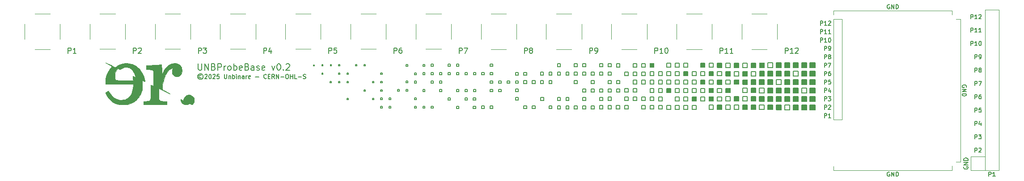
<source format=gbr>
%TF.GenerationSoftware,KiCad,Pcbnew,6.0.11+dfsg-1*%
%TF.CreationDate,2025-11-09T18:03:23+01:00*%
%TF.ProjectId,UNBProbeBase,554e4250-726f-4626-9542-6173652e6b69,0.2*%
%TF.SameCoordinates,Original*%
%TF.FileFunction,Legend,Top*%
%TF.FilePolarity,Positive*%
%FSLAX46Y46*%
G04 Gerber Fmt 4.6, Leading zero omitted, Abs format (unit mm)*
G04 Created by KiCad (PCBNEW 6.0.11+dfsg-1) date 2025-11-09 18:03:23*
%MOMM*%
%LPD*%
G01*
G04 APERTURE LIST*
%ADD10C,0.100000*%
%ADD11C,0.120000*%
%ADD12C,0.153000*%
%ADD13C,0.200000*%
%ADD14C,0.150000*%
%ADD15C,0.010000*%
G04 APERTURE END LIST*
D10*
G36*
X209988000Y-96898000D02*
G01*
X209064000Y-96898000D01*
X209064000Y-95981000D01*
X209988000Y-95981000D01*
X209988000Y-96898000D01*
G37*
X209988000Y-96898000D02*
X209064000Y-96898000D01*
X209064000Y-95981000D01*
X209988000Y-95981000D01*
X209988000Y-96898000D01*
G36*
X209993000Y-98502000D02*
G01*
X209069000Y-98502000D01*
X209069000Y-97585000D01*
X209993000Y-97585000D01*
X209993000Y-98502000D01*
G37*
X209993000Y-98502000D02*
X209069000Y-98502000D01*
X209069000Y-97585000D01*
X209993000Y-97585000D01*
X209993000Y-98502000D01*
G36*
X209993000Y-100107000D02*
G01*
X209069000Y-100107000D01*
X209069000Y-99190000D01*
X209993000Y-99190000D01*
X209993000Y-100107000D01*
G37*
X209993000Y-100107000D02*
X209069000Y-100107000D01*
X209069000Y-99190000D01*
X209993000Y-99190000D01*
X209993000Y-100107000D01*
G36*
X209989000Y-101706000D02*
G01*
X209065000Y-101706000D01*
X209065000Y-100789000D01*
X209989000Y-100789000D01*
X209989000Y-101706000D01*
G37*
X209989000Y-101706000D02*
X209065000Y-101706000D01*
X209065000Y-100789000D01*
X209989000Y-100789000D01*
X209989000Y-101706000D01*
G36*
X209989000Y-103295000D02*
G01*
X209065000Y-103295000D01*
X209065000Y-102378000D01*
X209989000Y-102378000D01*
X209989000Y-103295000D01*
G37*
X209989000Y-103295000D02*
X209065000Y-103295000D01*
X209065000Y-102378000D01*
X209989000Y-102378000D01*
X209989000Y-103295000D01*
G36*
X208387000Y-95282000D02*
G01*
X207463000Y-95282000D01*
X207463000Y-94365000D01*
X208387000Y-94365000D01*
X208387000Y-95282000D01*
G37*
X208387000Y-95282000D02*
X207463000Y-95282000D01*
X207463000Y-94365000D01*
X208387000Y-94365000D01*
X208387000Y-95282000D01*
G36*
X208387000Y-96888000D02*
G01*
X207463000Y-96888000D01*
X207463000Y-95971000D01*
X208387000Y-95971000D01*
X208387000Y-96888000D01*
G37*
X208387000Y-96888000D02*
X207463000Y-96888000D01*
X207463000Y-95971000D01*
X208387000Y-95971000D01*
X208387000Y-96888000D01*
G36*
X208387000Y-98505000D02*
G01*
X207463000Y-98505000D01*
X207463000Y-97588000D01*
X208387000Y-97588000D01*
X208387000Y-98505000D01*
G37*
X208387000Y-98505000D02*
X207463000Y-98505000D01*
X207463000Y-97588000D01*
X208387000Y-97588000D01*
X208387000Y-98505000D01*
G36*
X208387000Y-101685000D02*
G01*
X207463000Y-101685000D01*
X207463000Y-100768000D01*
X208387000Y-100768000D01*
X208387000Y-101685000D01*
G37*
X208387000Y-101685000D02*
X207463000Y-101685000D01*
X207463000Y-100768000D01*
X208387000Y-100768000D01*
X208387000Y-101685000D01*
G36*
X208387000Y-103291000D02*
G01*
X207463000Y-103291000D01*
X207463000Y-102374000D01*
X208387000Y-102374000D01*
X208387000Y-103291000D01*
G37*
X208387000Y-103291000D02*
X207463000Y-103291000D01*
X207463000Y-102374000D01*
X208387000Y-102374000D01*
X208387000Y-103291000D01*
G36*
X206792000Y-95293000D02*
G01*
X205868000Y-95293000D01*
X205868000Y-94376000D01*
X206792000Y-94376000D01*
X206792000Y-95293000D01*
G37*
X206792000Y-95293000D02*
X205868000Y-95293000D01*
X205868000Y-94376000D01*
X206792000Y-94376000D01*
X206792000Y-95293000D01*
G36*
X206781000Y-98505000D02*
G01*
X205857000Y-98505000D01*
X205857000Y-97588000D01*
X206781000Y-97588000D01*
X206781000Y-98505000D01*
G37*
X206781000Y-98505000D02*
X205857000Y-98505000D01*
X205857000Y-97588000D01*
X206781000Y-97588000D01*
X206781000Y-98505000D01*
G36*
X206781000Y-100090000D02*
G01*
X205857000Y-100090000D01*
X205857000Y-99173000D01*
X206781000Y-99173000D01*
X206781000Y-100090000D01*
G37*
X206781000Y-100090000D02*
X205857000Y-100090000D01*
X205857000Y-99173000D01*
X206781000Y-99173000D01*
X206781000Y-100090000D01*
G36*
X206790000Y-101705000D02*
G01*
X205866000Y-101705000D01*
X205866000Y-100788000D01*
X206790000Y-100788000D01*
X206790000Y-101705000D01*
G37*
X206790000Y-101705000D02*
X205866000Y-101705000D01*
X205866000Y-100788000D01*
X206790000Y-100788000D01*
X206790000Y-101705000D01*
G36*
X206778000Y-103302000D02*
G01*
X205854000Y-103302000D01*
X205854000Y-102385000D01*
X206778000Y-102385000D01*
X206778000Y-103302000D01*
G37*
X206778000Y-103302000D02*
X205854000Y-103302000D01*
X205854000Y-102385000D01*
X206778000Y-102385000D01*
X206778000Y-103302000D01*
G36*
X205180000Y-95289000D02*
G01*
X204256000Y-95289000D01*
X204256000Y-94372000D01*
X205180000Y-94372000D01*
X205180000Y-95289000D01*
G37*
X205180000Y-95289000D02*
X204256000Y-95289000D01*
X204256000Y-94372000D01*
X205180000Y-94372000D01*
X205180000Y-95289000D01*
G36*
X205193000Y-96899000D02*
G01*
X204269000Y-96899000D01*
X204269000Y-95982000D01*
X205193000Y-95982000D01*
X205193000Y-96899000D01*
G37*
X205193000Y-96899000D02*
X204269000Y-96899000D01*
X204269000Y-95982000D01*
X205193000Y-95982000D01*
X205193000Y-96899000D01*
G36*
X205180000Y-98497000D02*
G01*
X204256000Y-98497000D01*
X204256000Y-97580000D01*
X205180000Y-97580000D01*
X205180000Y-98497000D01*
G37*
X205180000Y-98497000D02*
X204256000Y-98497000D01*
X204256000Y-97580000D01*
X205180000Y-97580000D01*
X205180000Y-98497000D01*
G36*
X205193000Y-100094000D02*
G01*
X204269000Y-100094000D01*
X204269000Y-99177000D01*
X205193000Y-99177000D01*
X205193000Y-100094000D01*
G37*
X205193000Y-100094000D02*
X204269000Y-100094000D01*
X204269000Y-99177000D01*
X205193000Y-99177000D01*
X205193000Y-100094000D01*
G36*
X205193000Y-101705000D02*
G01*
X204269000Y-101705000D01*
X204269000Y-100788000D01*
X205193000Y-100788000D01*
X205193000Y-101705000D01*
G37*
X205193000Y-101705000D02*
X204269000Y-101705000D01*
X204269000Y-100788000D01*
X205193000Y-100788000D01*
X205193000Y-101705000D01*
G36*
X203585000Y-95306000D02*
G01*
X202661000Y-95306000D01*
X202661000Y-94389000D01*
X203585000Y-94389000D01*
X203585000Y-95306000D01*
G37*
X203585000Y-95306000D02*
X202661000Y-95306000D01*
X202661000Y-94389000D01*
X203585000Y-94389000D01*
X203585000Y-95306000D01*
G36*
X203588000Y-96907000D02*
G01*
X202664000Y-96907000D01*
X202664000Y-95990000D01*
X203588000Y-95990000D01*
X203588000Y-96907000D01*
G37*
X203588000Y-96907000D02*
X202664000Y-96907000D01*
X202664000Y-95990000D01*
X203588000Y-95990000D01*
X203588000Y-96907000D01*
G36*
X203583000Y-100111000D02*
G01*
X202659000Y-100111000D01*
X202659000Y-99194000D01*
X203583000Y-99194000D01*
X203583000Y-100111000D01*
G37*
X203583000Y-100111000D02*
X202659000Y-100111000D01*
X202659000Y-99194000D01*
X203583000Y-99194000D01*
X203583000Y-100111000D01*
G36*
X203587000Y-101701000D02*
G01*
X202663000Y-101701000D01*
X202663000Y-100784000D01*
X203587000Y-100784000D01*
X203587000Y-101701000D01*
G37*
X203587000Y-101701000D02*
X202663000Y-101701000D01*
X202663000Y-100784000D01*
X203587000Y-100784000D01*
X203587000Y-101701000D01*
G36*
X203589000Y-103303000D02*
G01*
X202665000Y-103303000D01*
X202665000Y-102386000D01*
X203589000Y-102386000D01*
X203589000Y-103303000D01*
G37*
X203589000Y-103303000D02*
X202665000Y-103303000D01*
X202665000Y-102386000D01*
X203589000Y-102386000D01*
X203589000Y-103303000D01*
G36*
X201988000Y-100096000D02*
G01*
X201064000Y-100096000D01*
X201064000Y-99179000D01*
X201988000Y-99179000D01*
X201988000Y-100096000D01*
G37*
X201988000Y-100096000D02*
X201064000Y-100096000D01*
X201064000Y-99179000D01*
X201988000Y-99179000D01*
X201988000Y-100096000D01*
G36*
X200382000Y-98508000D02*
G01*
X199458000Y-98508000D01*
X199458000Y-97591000D01*
X200382000Y-97591000D01*
X200382000Y-98508000D01*
G37*
X200382000Y-98508000D02*
X199458000Y-98508000D01*
X199458000Y-97591000D01*
X200382000Y-97591000D01*
X200382000Y-98508000D01*
G36*
X201975000Y-98499000D02*
G01*
X201051000Y-98499000D01*
X201051000Y-97582000D01*
X201975000Y-97582000D01*
X201975000Y-98499000D01*
G37*
X201975000Y-98499000D02*
X201051000Y-98499000D01*
X201051000Y-97582000D01*
X201975000Y-97582000D01*
X201975000Y-98499000D01*
G36*
X201988000Y-103292000D02*
G01*
X201064000Y-103292000D01*
X201064000Y-102375000D01*
X201988000Y-102375000D01*
X201988000Y-103292000D01*
G37*
X201988000Y-103292000D02*
X201064000Y-103292000D01*
X201064000Y-102375000D01*
X201988000Y-102375000D01*
X201988000Y-103292000D01*
G36*
X200383000Y-96909000D02*
G01*
X199459000Y-96909000D01*
X199459000Y-95992000D01*
X200383000Y-95992000D01*
X200383000Y-96909000D01*
G37*
X200383000Y-96909000D02*
X199459000Y-96909000D01*
X199459000Y-95992000D01*
X200383000Y-95992000D01*
X200383000Y-96909000D01*
G36*
X201988000Y-96901000D02*
G01*
X201064000Y-96901000D01*
X201064000Y-95984000D01*
X201988000Y-95984000D01*
X201988000Y-96901000D01*
G37*
X201988000Y-96901000D02*
X201064000Y-96901000D01*
X201064000Y-95984000D01*
X201988000Y-95984000D01*
X201988000Y-96901000D01*
G36*
X200382000Y-101703000D02*
G01*
X199458000Y-101703000D01*
X199458000Y-100786000D01*
X200382000Y-100786000D01*
X200382000Y-101703000D01*
G37*
X200382000Y-101703000D02*
X199458000Y-101703000D01*
X199458000Y-100786000D01*
X200382000Y-100786000D01*
X200382000Y-101703000D01*
G36*
X201988000Y-101707000D02*
G01*
X201064000Y-101707000D01*
X201064000Y-100790000D01*
X201988000Y-100790000D01*
X201988000Y-101707000D01*
G37*
X201988000Y-101707000D02*
X201064000Y-101707000D01*
X201064000Y-100790000D01*
X201988000Y-100790000D01*
X201988000Y-101707000D01*
G36*
X200380000Y-95308000D02*
G01*
X199456000Y-95308000D01*
X199456000Y-94391000D01*
X200380000Y-94391000D01*
X200380000Y-95308000D01*
G37*
X200380000Y-95308000D02*
X199456000Y-95308000D01*
X199456000Y-94391000D01*
X200380000Y-94391000D01*
X200380000Y-95308000D01*
G36*
X198758750Y-94417875D02*
G01*
X198757000Y-95277000D01*
X197881125Y-95275813D01*
X197879000Y-94415500D01*
X198758750Y-94417875D01*
G37*
X198758750Y-94417875D02*
X198757000Y-95277000D01*
X197881125Y-95275813D01*
X197879000Y-94415500D01*
X198758750Y-94417875D01*
G36*
X198761750Y-97619875D02*
G01*
X198760000Y-98479000D01*
X197884125Y-98477813D01*
X197882000Y-97617500D01*
X198761750Y-97619875D01*
G37*
X198761750Y-97619875D02*
X198760000Y-98479000D01*
X197884125Y-98477813D01*
X197882000Y-97617500D01*
X198761750Y-97619875D01*
G36*
X198761750Y-99214875D02*
G01*
X198760000Y-100074000D01*
X197884125Y-100072813D01*
X197882000Y-99212500D01*
X198761750Y-99214875D01*
G37*
X198761750Y-99214875D02*
X198760000Y-100074000D01*
X197884125Y-100072813D01*
X197882000Y-99212500D01*
X198761750Y-99214875D01*
G36*
X198761750Y-100814875D02*
G01*
X198760000Y-101674000D01*
X197884125Y-101672813D01*
X197882000Y-100812500D01*
X198761750Y-100814875D01*
G37*
X198761750Y-100814875D02*
X198760000Y-101674000D01*
X197884125Y-101672813D01*
X197882000Y-100812500D01*
X198761750Y-100814875D01*
G36*
X198761750Y-102414875D02*
G01*
X198760000Y-103274000D01*
X197884125Y-103272813D01*
X197882000Y-102412500D01*
X198761750Y-102414875D01*
G37*
X198761750Y-102414875D02*
X198760000Y-103274000D01*
X197884125Y-103272813D01*
X197882000Y-102412500D01*
X198761750Y-102414875D01*
G36*
X197168750Y-102411375D02*
G01*
X197167000Y-103270500D01*
X196291125Y-103269313D01*
X196289000Y-102409000D01*
X197168750Y-102411375D01*
G37*
X197168750Y-102411375D02*
X197167000Y-103270500D01*
X196291125Y-103269313D01*
X196289000Y-102409000D01*
X197168750Y-102411375D01*
G36*
X195566750Y-100809375D02*
G01*
X195565000Y-101668500D01*
X194689125Y-101667313D01*
X194687000Y-100807000D01*
X195566750Y-100809375D01*
G37*
X195566750Y-100809375D02*
X195565000Y-101668500D01*
X194689125Y-101667313D01*
X194687000Y-100807000D01*
X195566750Y-100809375D01*
G36*
X193963750Y-96006375D02*
G01*
X193962000Y-96865500D01*
X193086125Y-96864313D01*
X193084000Y-96004000D01*
X193963750Y-96006375D01*
G37*
X193963750Y-96006375D02*
X193962000Y-96865500D01*
X193086125Y-96864313D01*
X193084000Y-96004000D01*
X193963750Y-96006375D01*
G36*
X195565750Y-94404375D02*
G01*
X195564000Y-95263500D01*
X194688125Y-95262313D01*
X194686000Y-94402000D01*
X195565750Y-94404375D01*
G37*
X195565750Y-94404375D02*
X195564000Y-95263500D01*
X194688125Y-95262313D01*
X194686000Y-94402000D01*
X195565750Y-94404375D01*
G36*
X197167750Y-96010875D02*
G01*
X197166000Y-96870000D01*
X196290125Y-96868813D01*
X196288000Y-96008500D01*
X197167750Y-96010875D01*
G37*
X197167750Y-96010875D02*
X197166000Y-96870000D01*
X196290125Y-96868813D01*
X196288000Y-96008500D01*
X197167750Y-96010875D01*
G36*
X197160625Y-97614062D02*
G01*
X197158875Y-98473187D01*
X196283000Y-98472000D01*
X196280875Y-97611687D01*
X197160625Y-97614062D01*
G37*
X197160625Y-97614062D02*
X197158875Y-98473187D01*
X196283000Y-98472000D01*
X196280875Y-97611687D01*
X197160625Y-97614062D01*
G36*
X195553625Y-97607062D02*
G01*
X195551875Y-98466187D01*
X194676000Y-98465000D01*
X194673875Y-97604687D01*
X195553625Y-97607062D01*
G37*
X195553625Y-97607062D02*
X195551875Y-98466187D01*
X194676000Y-98465000D01*
X194673875Y-97604687D01*
X195553625Y-97607062D01*
G36*
X192361625Y-97617062D02*
G01*
X192359875Y-98476187D01*
X191484000Y-98475000D01*
X191481875Y-97614687D01*
X192361625Y-97617062D01*
G37*
X192361625Y-97617062D02*
X192359875Y-98476187D01*
X191484000Y-98475000D01*
X191481875Y-97614687D01*
X192361625Y-97617062D01*
G36*
X193960625Y-99215062D02*
G01*
X193958875Y-100074187D01*
X193083000Y-100073000D01*
X193080875Y-99212687D01*
X193960625Y-99215062D01*
G37*
X193960625Y-99215062D02*
X193958875Y-100074187D01*
X193083000Y-100073000D01*
X193080875Y-99212687D01*
X193960625Y-99215062D01*
G36*
X190733117Y-101654730D02*
G01*
X189898883Y-101657270D01*
X189897594Y-100828735D01*
X190735703Y-100827383D01*
X190733117Y-101654730D01*
G37*
X190733117Y-101654730D02*
X189898883Y-101657270D01*
X189897594Y-100828735D01*
X190735703Y-100827383D01*
X190733117Y-101654730D01*
G36*
X192341523Y-103254995D02*
G01*
X191507289Y-103257535D01*
X191506000Y-102429000D01*
X192344109Y-102427648D01*
X192341523Y-103254995D01*
G37*
X192341523Y-103254995D02*
X191507289Y-103257535D01*
X191506000Y-102429000D01*
X192344109Y-102427648D01*
X192341523Y-103254995D01*
G36*
X192337523Y-95256995D02*
G01*
X191503289Y-95259535D01*
X191502000Y-94431000D01*
X192340109Y-94429648D01*
X192337523Y-95256995D01*
G37*
X192337523Y-95256995D02*
X191503289Y-95259535D01*
X191502000Y-94431000D01*
X192340109Y-94429648D01*
X192337523Y-95256995D01*
G36*
X190737523Y-96854995D02*
G01*
X189903289Y-96857535D01*
X189902000Y-96029000D01*
X190740109Y-96027648D01*
X190737523Y-96854995D01*
G37*
X190737523Y-96854995D02*
X189903289Y-96857535D01*
X189902000Y-96029000D01*
X190740109Y-96027648D01*
X190737523Y-96854995D01*
G36*
X189135523Y-98450995D02*
G01*
X188301289Y-98453535D01*
X188300000Y-97625000D01*
X189138109Y-97623648D01*
X189135523Y-98450995D01*
G37*
X189135523Y-98450995D02*
X188301289Y-98453535D01*
X188300000Y-97625000D01*
X189138109Y-97623648D01*
X189135523Y-98450995D01*
G36*
X190741523Y-100051995D02*
G01*
X189907289Y-100054535D01*
X189906000Y-99226000D01*
X190744109Y-99224648D01*
X190741523Y-100051995D01*
G37*
X190741523Y-100051995D02*
X189907289Y-100054535D01*
X189906000Y-99226000D01*
X190744109Y-99224648D01*
X190741523Y-100051995D01*
G36*
X187525031Y-101638703D02*
G01*
X186718969Y-101641297D01*
X186717032Y-100838703D01*
X187526969Y-100837297D01*
X187525031Y-101638703D01*
G37*
X187525031Y-101638703D02*
X186718969Y-101641297D01*
X186717032Y-100838703D01*
X187526969Y-100837297D01*
X187525031Y-101638703D01*
G36*
X185923999Y-96843000D02*
G01*
X185117937Y-96845594D01*
X185116000Y-96043000D01*
X185925937Y-96041594D01*
X185923999Y-96843000D01*
G37*
X185923999Y-96843000D02*
X185117937Y-96845594D01*
X185116000Y-96043000D01*
X185925937Y-96041594D01*
X185923999Y-96843000D01*
G36*
X182707277Y-100024740D02*
G01*
X181931477Y-100026223D01*
X181929048Y-99261555D01*
X182708723Y-99261260D01*
X182707277Y-100024740D01*
G37*
X182707277Y-100024740D02*
X181931477Y-100026223D01*
X181929048Y-99261555D01*
X182708723Y-99261260D01*
X182707277Y-100024740D01*
G36*
X189111229Y-95230185D02*
G01*
X188335429Y-95231668D01*
X188333000Y-94467000D01*
X189112675Y-94466705D01*
X189111229Y-95230185D01*
G37*
X189111229Y-95230185D02*
X188335429Y-95231668D01*
X188333000Y-94467000D01*
X189112675Y-94466705D01*
X189111229Y-95230185D01*
G36*
X179500969Y-94484797D02*
G01*
X179499031Y-95221203D01*
X178736493Y-95221575D01*
X178734556Y-94483981D01*
X179500969Y-94484797D01*
G37*
X179500969Y-94484797D02*
X179499031Y-95221203D01*
X178736493Y-95221575D01*
X178734556Y-94483981D01*
X179500969Y-94484797D01*
D11*
X215115000Y-86044000D02*
X215115000Y-105233000D01*
D10*
G36*
X209988000Y-95304000D02*
G01*
X209064000Y-95304000D01*
X209064000Y-94387000D01*
X209988000Y-94387000D01*
X209988000Y-95304000D01*
G37*
X209988000Y-95304000D02*
X209064000Y-95304000D01*
X209064000Y-94387000D01*
X209988000Y-94387000D01*
X209988000Y-95304000D01*
D11*
X213515000Y-86038000D02*
X215114000Y-86038000D01*
X213518000Y-114873000D02*
X213518000Y-114049000D01*
X213519000Y-105238000D02*
X215115000Y-105238000D01*
X213517000Y-86043000D02*
X213517000Y-105233000D01*
X235915000Y-84438000D02*
X235915000Y-85232000D01*
X213519000Y-85242000D02*
X213519000Y-84438000D01*
X237521000Y-86034000D02*
X237521000Y-113236000D01*
X237521000Y-113236000D02*
X236693000Y-113236000D01*
X213525000Y-114875000D02*
X235917000Y-114875000D01*
X236700000Y-86034000D02*
X237521000Y-86034000D01*
X235921000Y-114875000D02*
X235921000Y-114043000D01*
X213519000Y-84438000D02*
X235915000Y-84438000D01*
D12*
X240257523Y-93627504D02*
X240257523Y-92827504D01*
X240562285Y-92827504D01*
X240638476Y-92865600D01*
X240676571Y-92903695D01*
X240714666Y-92979885D01*
X240714666Y-93094171D01*
X240676571Y-93170361D01*
X240638476Y-93208457D01*
X240562285Y-93246552D01*
X240257523Y-93246552D01*
X241095619Y-93627504D02*
X241248000Y-93627504D01*
X241324190Y-93589409D01*
X241362285Y-93551314D01*
X241438476Y-93437028D01*
X241476571Y-93284647D01*
X241476571Y-92979885D01*
X241438476Y-92903695D01*
X241400380Y-92865600D01*
X241324190Y-92827504D01*
X241171809Y-92827504D01*
X241095619Y-92865600D01*
X241057523Y-92903695D01*
X241019428Y-92979885D01*
X241019428Y-93170361D01*
X241057523Y-93246552D01*
X241095619Y-93284647D01*
X241171809Y-93322742D01*
X241324190Y-93322742D01*
X241400380Y-93284647D01*
X241438476Y-93246552D01*
X241476571Y-93170361D01*
X240257523Y-96163704D02*
X240257523Y-95363704D01*
X240562285Y-95363704D01*
X240638476Y-95401800D01*
X240676571Y-95439895D01*
X240714666Y-95516085D01*
X240714666Y-95630371D01*
X240676571Y-95706561D01*
X240638476Y-95744657D01*
X240562285Y-95782752D01*
X240257523Y-95782752D01*
X241171809Y-95706561D02*
X241095619Y-95668466D01*
X241057523Y-95630371D01*
X241019428Y-95554180D01*
X241019428Y-95516085D01*
X241057523Y-95439895D01*
X241095619Y-95401800D01*
X241171809Y-95363704D01*
X241324190Y-95363704D01*
X241400380Y-95401800D01*
X241438476Y-95439895D01*
X241476571Y-95516085D01*
X241476571Y-95554180D01*
X241438476Y-95630371D01*
X241400380Y-95668466D01*
X241324190Y-95706561D01*
X241171809Y-95706561D01*
X241095619Y-95744657D01*
X241057523Y-95782752D01*
X241019428Y-95858942D01*
X241019428Y-96011323D01*
X241057523Y-96087514D01*
X241095619Y-96125609D01*
X241171809Y-96163704D01*
X241324190Y-96163704D01*
X241400380Y-96125609D01*
X241438476Y-96087514D01*
X241476571Y-96011323D01*
X241476571Y-95858942D01*
X241438476Y-95782752D01*
X241400380Y-95744657D01*
X241324190Y-95706561D01*
X240257523Y-101236104D02*
X240257523Y-100436104D01*
X240562285Y-100436104D01*
X240638476Y-100474200D01*
X240676571Y-100512295D01*
X240714666Y-100588485D01*
X240714666Y-100702771D01*
X240676571Y-100778961D01*
X240638476Y-100817057D01*
X240562285Y-100855152D01*
X240257523Y-100855152D01*
X241400380Y-100436104D02*
X241248000Y-100436104D01*
X241171809Y-100474200D01*
X241133714Y-100512295D01*
X241057523Y-100626580D01*
X241019428Y-100778961D01*
X241019428Y-101083723D01*
X241057523Y-101159914D01*
X241095619Y-101198009D01*
X241171809Y-101236104D01*
X241324190Y-101236104D01*
X241400380Y-101198009D01*
X241438476Y-101159914D01*
X241476571Y-101083723D01*
X241476571Y-100893247D01*
X241438476Y-100817057D01*
X241400380Y-100778961D01*
X241324190Y-100740866D01*
X241171809Y-100740866D01*
X241095619Y-100778961D01*
X241057523Y-100817057D01*
X241019428Y-100893247D01*
X240257523Y-103772304D02*
X240257523Y-102972304D01*
X240562285Y-102972304D01*
X240638476Y-103010400D01*
X240676571Y-103048495D01*
X240714666Y-103124685D01*
X240714666Y-103238971D01*
X240676571Y-103315161D01*
X240638476Y-103353257D01*
X240562285Y-103391352D01*
X240257523Y-103391352D01*
X241438476Y-102972304D02*
X241057523Y-102972304D01*
X241019428Y-103353257D01*
X241057523Y-103315161D01*
X241133714Y-103277066D01*
X241324190Y-103277066D01*
X241400380Y-103315161D01*
X241438476Y-103353257D01*
X241476571Y-103429447D01*
X241476571Y-103619923D01*
X241438476Y-103696114D01*
X241400380Y-103734209D01*
X241324190Y-103772304D01*
X241133714Y-103772304D01*
X241057523Y-103734209D01*
X241019428Y-103696114D01*
X240257523Y-98699904D02*
X240257523Y-97899904D01*
X240562285Y-97899904D01*
X240638476Y-97938000D01*
X240676571Y-97976095D01*
X240714666Y-98052285D01*
X240714666Y-98166571D01*
X240676571Y-98242761D01*
X240638476Y-98280857D01*
X240562285Y-98318952D01*
X240257523Y-98318952D01*
X240981333Y-97899904D02*
X241514666Y-97899904D01*
X241171809Y-98699904D01*
X240257523Y-108844704D02*
X240257523Y-108044704D01*
X240562285Y-108044704D01*
X240638476Y-108082800D01*
X240676571Y-108120895D01*
X240714666Y-108197085D01*
X240714666Y-108311371D01*
X240676571Y-108387561D01*
X240638476Y-108425657D01*
X240562285Y-108463752D01*
X240257523Y-108463752D01*
X240981333Y-108044704D02*
X241476571Y-108044704D01*
X241209904Y-108349466D01*
X241324190Y-108349466D01*
X241400380Y-108387561D01*
X241438476Y-108425657D01*
X241476571Y-108501847D01*
X241476571Y-108692323D01*
X241438476Y-108768514D01*
X241400380Y-108806609D01*
X241324190Y-108844704D01*
X241095619Y-108844704D01*
X241019428Y-108806609D01*
X240981333Y-108768514D01*
X240257523Y-106308504D02*
X240257523Y-105508504D01*
X240562285Y-105508504D01*
X240638476Y-105546600D01*
X240676571Y-105584695D01*
X240714666Y-105660885D01*
X240714666Y-105775171D01*
X240676571Y-105851361D01*
X240638476Y-105889457D01*
X240562285Y-105927552D01*
X240257523Y-105927552D01*
X241400380Y-105775171D02*
X241400380Y-106308504D01*
X241209904Y-105470409D02*
X241019428Y-106041838D01*
X241514666Y-106041838D01*
X240257523Y-111380904D02*
X240257523Y-110580904D01*
X240562285Y-110580904D01*
X240638476Y-110619000D01*
X240676571Y-110657095D01*
X240714666Y-110733285D01*
X240714666Y-110847571D01*
X240676571Y-110923761D01*
X240638476Y-110961857D01*
X240562285Y-110999952D01*
X240257523Y-110999952D01*
X241019428Y-110657095D02*
X241057523Y-110619000D01*
X241133714Y-110580904D01*
X241324190Y-110580904D01*
X241400380Y-110619000D01*
X241438476Y-110657095D01*
X241476571Y-110733285D01*
X241476571Y-110809476D01*
X241438476Y-110923761D01*
X240981333Y-111380904D01*
X241476571Y-111380904D01*
X224108476Y-115223000D02*
X224032285Y-115184904D01*
X223918000Y-115184904D01*
X223803714Y-115223000D01*
X223727523Y-115299190D01*
X223689428Y-115375380D01*
X223651333Y-115527761D01*
X223651333Y-115642047D01*
X223689428Y-115794428D01*
X223727523Y-115870619D01*
X223803714Y-115946809D01*
X223918000Y-115984904D01*
X223994190Y-115984904D01*
X224108476Y-115946809D01*
X224146571Y-115908714D01*
X224146571Y-115642047D01*
X223994190Y-115642047D01*
X224489428Y-115984904D02*
X224489428Y-115184904D01*
X224946571Y-115984904D01*
X224946571Y-115184904D01*
X225327523Y-115984904D02*
X225327523Y-115184904D01*
X225518000Y-115184904D01*
X225632285Y-115223000D01*
X225708476Y-115299190D01*
X225746571Y-115375380D01*
X225784666Y-115527761D01*
X225784666Y-115642047D01*
X225746571Y-115794428D01*
X225708476Y-115870619D01*
X225632285Y-115946809D01*
X225518000Y-115984904D01*
X225327523Y-115984904D01*
X238627000Y-99028476D02*
X238665095Y-98952285D01*
X238665095Y-98838000D01*
X238627000Y-98723714D01*
X238550809Y-98647523D01*
X238474619Y-98609428D01*
X238322238Y-98571333D01*
X238207952Y-98571333D01*
X238055571Y-98609428D01*
X237979380Y-98647523D01*
X237903190Y-98723714D01*
X237865095Y-98838000D01*
X237865095Y-98914190D01*
X237903190Y-99028476D01*
X237941285Y-99066571D01*
X238207952Y-99066571D01*
X238207952Y-98914190D01*
X237865095Y-99409428D02*
X238665095Y-99409428D01*
X237865095Y-99866571D01*
X238665095Y-99866571D01*
X237865095Y-100247523D02*
X238665095Y-100247523D01*
X238665095Y-100438000D01*
X238627000Y-100552285D01*
X238550809Y-100628476D01*
X238474619Y-100666571D01*
X238322238Y-100704666D01*
X238207952Y-100704666D01*
X238055571Y-100666571D01*
X237979380Y-100628476D01*
X237903190Y-100552285D01*
X237865095Y-100438000D01*
X237865095Y-100247523D01*
X93777142Y-96761380D02*
X93700952Y-96723285D01*
X93548571Y-96723285D01*
X93472380Y-96761380D01*
X93396190Y-96837571D01*
X93358095Y-96913761D01*
X93358095Y-97066142D01*
X93396190Y-97142333D01*
X93472380Y-97218523D01*
X93548571Y-97256619D01*
X93700952Y-97256619D01*
X93777142Y-97218523D01*
X93624761Y-96456619D02*
X93434285Y-96494714D01*
X93243809Y-96609000D01*
X93129523Y-96799476D01*
X93091428Y-96989952D01*
X93129523Y-97180428D01*
X93243809Y-97370904D01*
X93434285Y-97485190D01*
X93624761Y-97523285D01*
X93815238Y-97485190D01*
X94005714Y-97370904D01*
X94120000Y-97180428D01*
X94158095Y-96989952D01*
X94120000Y-96799476D01*
X94005714Y-96609000D01*
X93815238Y-96494714D01*
X93624761Y-96456619D01*
X94462857Y-96647095D02*
X94500952Y-96609000D01*
X94577142Y-96570904D01*
X94767619Y-96570904D01*
X94843809Y-96609000D01*
X94881904Y-96647095D01*
X94920000Y-96723285D01*
X94920000Y-96799476D01*
X94881904Y-96913761D01*
X94424761Y-97370904D01*
X94920000Y-97370904D01*
X95415238Y-96570904D02*
X95491428Y-96570904D01*
X95567619Y-96609000D01*
X95605714Y-96647095D01*
X95643809Y-96723285D01*
X95681904Y-96875666D01*
X95681904Y-97066142D01*
X95643809Y-97218523D01*
X95605714Y-97294714D01*
X95567619Y-97332809D01*
X95491428Y-97370904D01*
X95415238Y-97370904D01*
X95339047Y-97332809D01*
X95300952Y-97294714D01*
X95262857Y-97218523D01*
X95224761Y-97066142D01*
X95224761Y-96875666D01*
X95262857Y-96723285D01*
X95300952Y-96647095D01*
X95339047Y-96609000D01*
X95415238Y-96570904D01*
X95986666Y-96647095D02*
X96024761Y-96609000D01*
X96100952Y-96570904D01*
X96291428Y-96570904D01*
X96367619Y-96609000D01*
X96405714Y-96647095D01*
X96443809Y-96723285D01*
X96443809Y-96799476D01*
X96405714Y-96913761D01*
X95948571Y-97370904D01*
X96443809Y-97370904D01*
X97167619Y-96570904D02*
X96786666Y-96570904D01*
X96748571Y-96951857D01*
X96786666Y-96913761D01*
X96862857Y-96875666D01*
X97053333Y-96875666D01*
X97129523Y-96913761D01*
X97167619Y-96951857D01*
X97205714Y-97028047D01*
X97205714Y-97218523D01*
X97167619Y-97294714D01*
X97129523Y-97332809D01*
X97053333Y-97370904D01*
X96862857Y-97370904D01*
X96786666Y-97332809D01*
X96748571Y-97294714D01*
X98158095Y-96570904D02*
X98158095Y-97218523D01*
X98196190Y-97294714D01*
X98234285Y-97332809D01*
X98310476Y-97370904D01*
X98462857Y-97370904D01*
X98539047Y-97332809D01*
X98577142Y-97294714D01*
X98615238Y-97218523D01*
X98615238Y-96570904D01*
X98996190Y-96837571D02*
X98996190Y-97370904D01*
X98996190Y-96913761D02*
X99034285Y-96875666D01*
X99110476Y-96837571D01*
X99224761Y-96837571D01*
X99300952Y-96875666D01*
X99339047Y-96951857D01*
X99339047Y-97370904D01*
X99720000Y-97370904D02*
X99720000Y-96570904D01*
X99720000Y-96875666D02*
X99796190Y-96837571D01*
X99948571Y-96837571D01*
X100024761Y-96875666D01*
X100062857Y-96913761D01*
X100100952Y-96989952D01*
X100100952Y-97218523D01*
X100062857Y-97294714D01*
X100024761Y-97332809D01*
X99948571Y-97370904D01*
X99796190Y-97370904D01*
X99720000Y-97332809D01*
X100443809Y-97370904D02*
X100443809Y-96837571D01*
X100443809Y-96570904D02*
X100405714Y-96609000D01*
X100443809Y-96647095D01*
X100481904Y-96609000D01*
X100443809Y-96570904D01*
X100443809Y-96647095D01*
X100824761Y-96837571D02*
X100824761Y-97370904D01*
X100824761Y-96913761D02*
X100862857Y-96875666D01*
X100939047Y-96837571D01*
X101053333Y-96837571D01*
X101129523Y-96875666D01*
X101167619Y-96951857D01*
X101167619Y-97370904D01*
X101891428Y-97370904D02*
X101891428Y-96951857D01*
X101853333Y-96875666D01*
X101777142Y-96837571D01*
X101624761Y-96837571D01*
X101548571Y-96875666D01*
X101891428Y-97332809D02*
X101815238Y-97370904D01*
X101624761Y-97370904D01*
X101548571Y-97332809D01*
X101510476Y-97256619D01*
X101510476Y-97180428D01*
X101548571Y-97104238D01*
X101624761Y-97066142D01*
X101815238Y-97066142D01*
X101891428Y-97028047D01*
X102272380Y-97370904D02*
X102272380Y-96837571D01*
X102272380Y-96989952D02*
X102310476Y-96913761D01*
X102348571Y-96875666D01*
X102424761Y-96837571D01*
X102500952Y-96837571D01*
X103072380Y-97332809D02*
X102996190Y-97370904D01*
X102843809Y-97370904D01*
X102767619Y-97332809D01*
X102729523Y-97256619D01*
X102729523Y-96951857D01*
X102767619Y-96875666D01*
X102843809Y-96837571D01*
X102996190Y-96837571D01*
X103072380Y-96875666D01*
X103110476Y-96951857D01*
X103110476Y-97028047D01*
X102729523Y-97104238D01*
X104062857Y-97066142D02*
X104672380Y-97066142D01*
X106120000Y-97294714D02*
X106081904Y-97332809D01*
X105967619Y-97370904D01*
X105891428Y-97370904D01*
X105777142Y-97332809D01*
X105700952Y-97256619D01*
X105662857Y-97180428D01*
X105624761Y-97028047D01*
X105624761Y-96913761D01*
X105662857Y-96761380D01*
X105700952Y-96685190D01*
X105777142Y-96609000D01*
X105891428Y-96570904D01*
X105967619Y-96570904D01*
X106081904Y-96609000D01*
X106120000Y-96647095D01*
X106462857Y-96951857D02*
X106729523Y-96951857D01*
X106843809Y-97370904D02*
X106462857Y-97370904D01*
X106462857Y-96570904D01*
X106843809Y-96570904D01*
X107643809Y-97370904D02*
X107377142Y-96989952D01*
X107186666Y-97370904D02*
X107186666Y-96570904D01*
X107491428Y-96570904D01*
X107567619Y-96609000D01*
X107605714Y-96647095D01*
X107643809Y-96723285D01*
X107643809Y-96837571D01*
X107605714Y-96913761D01*
X107567619Y-96951857D01*
X107491428Y-96989952D01*
X107186666Y-96989952D01*
X107986666Y-97370904D02*
X107986666Y-96570904D01*
X108443809Y-97370904D01*
X108443809Y-96570904D01*
X108824761Y-97066142D02*
X109434285Y-97066142D01*
X109967619Y-96570904D02*
X110120000Y-96570904D01*
X110196190Y-96609000D01*
X110272380Y-96685190D01*
X110310476Y-96837571D01*
X110310476Y-97104238D01*
X110272380Y-97256619D01*
X110196190Y-97332809D01*
X110120000Y-97370904D01*
X109967619Y-97370904D01*
X109891428Y-97332809D01*
X109815238Y-97256619D01*
X109777142Y-97104238D01*
X109777142Y-96837571D01*
X109815238Y-96685190D01*
X109891428Y-96609000D01*
X109967619Y-96570904D01*
X110653333Y-97370904D02*
X110653333Y-96570904D01*
X110653333Y-96951857D02*
X111110476Y-96951857D01*
X111110476Y-97370904D02*
X111110476Y-96570904D01*
X111872380Y-97370904D02*
X111491428Y-97370904D01*
X111491428Y-96570904D01*
X112139047Y-97066142D02*
X112748571Y-97066142D01*
X113091428Y-97332809D02*
X113205714Y-97370904D01*
X113396190Y-97370904D01*
X113472380Y-97332809D01*
X113510476Y-97294714D01*
X113548571Y-97218523D01*
X113548571Y-97142333D01*
X113510476Y-97066142D01*
X113472380Y-97028047D01*
X113396190Y-96989952D01*
X113243809Y-96951857D01*
X113167619Y-96913761D01*
X113129523Y-96875666D01*
X113091428Y-96799476D01*
X113091428Y-96723285D01*
X113129523Y-96647095D01*
X113167619Y-96609000D01*
X113243809Y-96570904D01*
X113434285Y-96570904D01*
X113548571Y-96609000D01*
X238192000Y-114181523D02*
X238153904Y-114257714D01*
X238153904Y-114372000D01*
X238192000Y-114486285D01*
X238268190Y-114562476D01*
X238344380Y-114600571D01*
X238496761Y-114638666D01*
X238611047Y-114638666D01*
X238763428Y-114600571D01*
X238839619Y-114562476D01*
X238915809Y-114486285D01*
X238953904Y-114372000D01*
X238953904Y-114295809D01*
X238915809Y-114181523D01*
X238877714Y-114143428D01*
X238611047Y-114143428D01*
X238611047Y-114295809D01*
X238953904Y-113800571D02*
X238153904Y-113800571D01*
X238953904Y-113343428D01*
X238153904Y-113343428D01*
X238953904Y-112962476D02*
X238153904Y-112962476D01*
X238153904Y-112772000D01*
X238192000Y-112657714D01*
X238268190Y-112581523D01*
X238344380Y-112543428D01*
X238496761Y-112505333D01*
X238611047Y-112505333D01*
X238763428Y-112543428D01*
X238839619Y-112581523D01*
X238915809Y-112657714D01*
X238953904Y-112772000D01*
X238953904Y-112962476D01*
X242918523Y-115984904D02*
X242918523Y-115184904D01*
X243223285Y-115184904D01*
X243299476Y-115223000D01*
X243337571Y-115261095D01*
X243375666Y-115337285D01*
X243375666Y-115451571D01*
X243337571Y-115527761D01*
X243299476Y-115565857D01*
X243223285Y-115603952D01*
X242918523Y-115603952D01*
X244137571Y-115984904D02*
X243680428Y-115984904D01*
X243909000Y-115984904D02*
X243909000Y-115184904D01*
X243832809Y-115299190D01*
X243756619Y-115375380D01*
X243680428Y-115413476D01*
D13*
X93208428Y-94570857D02*
X93208428Y-95542285D01*
X93265571Y-95656571D01*
X93322714Y-95713714D01*
X93437000Y-95770857D01*
X93665571Y-95770857D01*
X93779857Y-95713714D01*
X93837000Y-95656571D01*
X93894142Y-95542285D01*
X93894142Y-94570857D01*
X94465571Y-95770857D02*
X94465571Y-94570857D01*
X95151285Y-95770857D01*
X95151285Y-94570857D01*
X96122714Y-95142285D02*
X96294142Y-95199428D01*
X96351285Y-95256571D01*
X96408428Y-95370857D01*
X96408428Y-95542285D01*
X96351285Y-95656571D01*
X96294142Y-95713714D01*
X96179857Y-95770857D01*
X95722714Y-95770857D01*
X95722714Y-94570857D01*
X96122714Y-94570857D01*
X96237000Y-94628000D01*
X96294142Y-94685142D01*
X96351285Y-94799428D01*
X96351285Y-94913714D01*
X96294142Y-95028000D01*
X96237000Y-95085142D01*
X96122714Y-95142285D01*
X95722714Y-95142285D01*
X96922714Y-95770857D02*
X96922714Y-94570857D01*
X97379857Y-94570857D01*
X97494142Y-94628000D01*
X97551285Y-94685142D01*
X97608428Y-94799428D01*
X97608428Y-94970857D01*
X97551285Y-95085142D01*
X97494142Y-95142285D01*
X97379857Y-95199428D01*
X96922714Y-95199428D01*
X98122714Y-95770857D02*
X98122714Y-94970857D01*
X98122714Y-95199428D02*
X98179857Y-95085142D01*
X98237000Y-95028000D01*
X98351285Y-94970857D01*
X98465571Y-94970857D01*
X99037000Y-95770857D02*
X98922714Y-95713714D01*
X98865571Y-95656571D01*
X98808428Y-95542285D01*
X98808428Y-95199428D01*
X98865571Y-95085142D01*
X98922714Y-95028000D01*
X99037000Y-94970857D01*
X99208428Y-94970857D01*
X99322714Y-95028000D01*
X99379857Y-95085142D01*
X99437000Y-95199428D01*
X99437000Y-95542285D01*
X99379857Y-95656571D01*
X99322714Y-95713714D01*
X99208428Y-95770857D01*
X99037000Y-95770857D01*
X99951285Y-95770857D02*
X99951285Y-94570857D01*
X99951285Y-95028000D02*
X100065571Y-94970857D01*
X100294142Y-94970857D01*
X100408428Y-95028000D01*
X100465571Y-95085142D01*
X100522714Y-95199428D01*
X100522714Y-95542285D01*
X100465571Y-95656571D01*
X100408428Y-95713714D01*
X100294142Y-95770857D01*
X100065571Y-95770857D01*
X99951285Y-95713714D01*
X101494142Y-95713714D02*
X101379857Y-95770857D01*
X101151285Y-95770857D01*
X101037000Y-95713714D01*
X100979857Y-95599428D01*
X100979857Y-95142285D01*
X101037000Y-95028000D01*
X101151285Y-94970857D01*
X101379857Y-94970857D01*
X101494142Y-95028000D01*
X101551285Y-95142285D01*
X101551285Y-95256571D01*
X100979857Y-95370857D01*
X102465571Y-95142285D02*
X102637000Y-95199428D01*
X102694142Y-95256571D01*
X102751285Y-95370857D01*
X102751285Y-95542285D01*
X102694142Y-95656571D01*
X102637000Y-95713714D01*
X102522714Y-95770857D01*
X102065571Y-95770857D01*
X102065571Y-94570857D01*
X102465571Y-94570857D01*
X102579857Y-94628000D01*
X102637000Y-94685142D01*
X102694142Y-94799428D01*
X102694142Y-94913714D01*
X102637000Y-95028000D01*
X102579857Y-95085142D01*
X102465571Y-95142285D01*
X102065571Y-95142285D01*
X103779857Y-95770857D02*
X103779857Y-95142285D01*
X103722714Y-95028000D01*
X103608428Y-94970857D01*
X103379857Y-94970857D01*
X103265571Y-95028000D01*
X103779857Y-95713714D02*
X103665571Y-95770857D01*
X103379857Y-95770857D01*
X103265571Y-95713714D01*
X103208428Y-95599428D01*
X103208428Y-95485142D01*
X103265571Y-95370857D01*
X103379857Y-95313714D01*
X103665571Y-95313714D01*
X103779857Y-95256571D01*
X104294142Y-95713714D02*
X104408428Y-95770857D01*
X104637000Y-95770857D01*
X104751285Y-95713714D01*
X104808428Y-95599428D01*
X104808428Y-95542285D01*
X104751285Y-95428000D01*
X104637000Y-95370857D01*
X104465571Y-95370857D01*
X104351285Y-95313714D01*
X104294142Y-95199428D01*
X104294142Y-95142285D01*
X104351285Y-95028000D01*
X104465571Y-94970857D01*
X104637000Y-94970857D01*
X104751285Y-95028000D01*
X105779857Y-95713714D02*
X105665571Y-95770857D01*
X105437000Y-95770857D01*
X105322714Y-95713714D01*
X105265571Y-95599428D01*
X105265571Y-95142285D01*
X105322714Y-95028000D01*
X105437000Y-94970857D01*
X105665571Y-94970857D01*
X105779857Y-95028000D01*
X105837000Y-95142285D01*
X105837000Y-95256571D01*
X105265571Y-95370857D01*
X107151285Y-94970857D02*
X107437000Y-95770857D01*
X107722714Y-94970857D01*
X108408428Y-94570857D02*
X108522714Y-94570857D01*
X108637000Y-94628000D01*
X108694142Y-94685142D01*
X108751285Y-94799428D01*
X108808428Y-95028000D01*
X108808428Y-95313714D01*
X108751285Y-95542285D01*
X108694142Y-95656571D01*
X108637000Y-95713714D01*
X108522714Y-95770857D01*
X108408428Y-95770857D01*
X108294142Y-95713714D01*
X108237000Y-95656571D01*
X108179857Y-95542285D01*
X108122714Y-95313714D01*
X108122714Y-95028000D01*
X108179857Y-94799428D01*
X108237000Y-94685142D01*
X108294142Y-94628000D01*
X108408428Y-94570857D01*
X109322714Y-95656571D02*
X109379857Y-95713714D01*
X109322714Y-95770857D01*
X109265571Y-95713714D01*
X109322714Y-95656571D01*
X109322714Y-95770857D01*
X109837000Y-94685142D02*
X109894142Y-94628000D01*
X110008428Y-94570857D01*
X110294142Y-94570857D01*
X110408428Y-94628000D01*
X110465571Y-94685142D01*
X110522714Y-94799428D01*
X110522714Y-94913714D01*
X110465571Y-95085142D01*
X109779857Y-95770857D01*
X110522714Y-95770857D01*
D12*
X239495619Y-91091304D02*
X239495619Y-90291304D01*
X239800381Y-90291304D01*
X239876571Y-90329400D01*
X239914667Y-90367495D01*
X239952762Y-90443685D01*
X239952762Y-90557971D01*
X239914667Y-90634161D01*
X239876571Y-90672257D01*
X239800381Y-90710352D01*
X239495619Y-90710352D01*
X240714667Y-91091304D02*
X240257524Y-91091304D01*
X240486095Y-91091304D02*
X240486095Y-90291304D01*
X240409905Y-90405590D01*
X240333714Y-90481780D01*
X240257524Y-90519876D01*
X241209905Y-90291304D02*
X241286095Y-90291304D01*
X241362286Y-90329400D01*
X241400381Y-90367495D01*
X241438476Y-90443685D01*
X241476571Y-90596066D01*
X241476571Y-90786542D01*
X241438476Y-90938923D01*
X241400381Y-91015114D01*
X241362286Y-91053209D01*
X241286095Y-91091304D01*
X241209905Y-91091304D01*
X241133714Y-91053209D01*
X241095619Y-91015114D01*
X241057524Y-90938923D01*
X241019428Y-90786542D01*
X241019428Y-90596066D01*
X241057524Y-90443685D01*
X241095619Y-90367495D01*
X241133714Y-90329400D01*
X241209905Y-90291304D01*
X224109476Y-83324000D02*
X224033285Y-83285904D01*
X223919000Y-83285904D01*
X223804714Y-83324000D01*
X223728523Y-83400190D01*
X223690428Y-83476380D01*
X223652333Y-83628761D01*
X223652333Y-83743047D01*
X223690428Y-83895428D01*
X223728523Y-83971619D01*
X223804714Y-84047809D01*
X223919000Y-84085904D01*
X223995190Y-84085904D01*
X224109476Y-84047809D01*
X224147571Y-84009714D01*
X224147571Y-83743047D01*
X223995190Y-83743047D01*
X224490428Y-84085904D02*
X224490428Y-83285904D01*
X224947571Y-84085904D01*
X224947571Y-83285904D01*
X225328523Y-84085904D02*
X225328523Y-83285904D01*
X225519000Y-83285904D01*
X225633285Y-83324000D01*
X225709476Y-83400190D01*
X225747571Y-83476380D01*
X225785666Y-83628761D01*
X225785666Y-83743047D01*
X225747571Y-83895428D01*
X225709476Y-83971619D01*
X225633285Y-84047809D01*
X225519000Y-84085904D01*
X225328523Y-84085904D01*
X239495619Y-88555104D02*
X239495619Y-87755104D01*
X239800381Y-87755104D01*
X239876571Y-87793200D01*
X239914667Y-87831295D01*
X239952762Y-87907485D01*
X239952762Y-88021771D01*
X239914667Y-88097961D01*
X239876571Y-88136057D01*
X239800381Y-88174152D01*
X239495619Y-88174152D01*
X240714667Y-88555104D02*
X240257524Y-88555104D01*
X240486095Y-88555104D02*
X240486095Y-87755104D01*
X240409905Y-87869390D01*
X240333714Y-87945580D01*
X240257524Y-87983676D01*
X241476571Y-88555104D02*
X241019428Y-88555104D01*
X241248000Y-88555104D02*
X241248000Y-87755104D01*
X241171809Y-87869390D01*
X241095619Y-87945580D01*
X241019428Y-87983676D01*
X239495619Y-86018904D02*
X239495619Y-85218904D01*
X239800381Y-85218904D01*
X239876571Y-85257000D01*
X239914667Y-85295095D01*
X239952762Y-85371285D01*
X239952762Y-85485571D01*
X239914667Y-85561761D01*
X239876571Y-85599857D01*
X239800381Y-85637952D01*
X239495619Y-85637952D01*
X240714667Y-86018904D02*
X240257524Y-86018904D01*
X240486095Y-86018904D02*
X240486095Y-85218904D01*
X240409905Y-85333190D01*
X240333714Y-85409380D01*
X240257524Y-85447476D01*
X241019428Y-85295095D02*
X241057524Y-85257000D01*
X241133714Y-85218904D01*
X241324190Y-85218904D01*
X241400381Y-85257000D01*
X241438476Y-85295095D01*
X241476571Y-85371285D01*
X241476571Y-85447476D01*
X241438476Y-85561761D01*
X240981333Y-86018904D01*
X241476571Y-86018904D01*
D14*
%TO.C,P2*%
X80915904Y-92544380D02*
X80915904Y-91544380D01*
X81296857Y-91544380D01*
X81392095Y-91592000D01*
X81439714Y-91639619D01*
X81487333Y-91734857D01*
X81487333Y-91877714D01*
X81439714Y-91972952D01*
X81392095Y-92020571D01*
X81296857Y-92068190D01*
X80915904Y-92068190D01*
X81868285Y-91639619D02*
X81915904Y-91592000D01*
X82011142Y-91544380D01*
X82249238Y-91544380D01*
X82344476Y-91592000D01*
X82392095Y-91639619D01*
X82439714Y-91734857D01*
X82439714Y-91830095D01*
X82392095Y-91972952D01*
X81820666Y-92544380D01*
X82439714Y-92544380D01*
%TO.C,P4*%
X105594904Y-92544380D02*
X105594904Y-91544380D01*
X105975857Y-91544380D01*
X106071095Y-91592000D01*
X106118714Y-91639619D01*
X106166333Y-91734857D01*
X106166333Y-91877714D01*
X106118714Y-91972952D01*
X106071095Y-92020571D01*
X105975857Y-92068190D01*
X105594904Y-92068190D01*
X107023476Y-91877714D02*
X107023476Y-92544380D01*
X106785380Y-91496761D02*
X106547285Y-92211047D01*
X107166333Y-92211047D01*
%TO.C,P5*%
X117936904Y-92544380D02*
X117936904Y-91544380D01*
X118317857Y-91544380D01*
X118413095Y-91592000D01*
X118460714Y-91639619D01*
X118508333Y-91734857D01*
X118508333Y-91877714D01*
X118460714Y-91972952D01*
X118413095Y-92020571D01*
X118317857Y-92068190D01*
X117936904Y-92068190D01*
X119413095Y-91544380D02*
X118936904Y-91544380D01*
X118889285Y-92020571D01*
X118936904Y-91972952D01*
X119032142Y-91925333D01*
X119270238Y-91925333D01*
X119365476Y-91972952D01*
X119413095Y-92020571D01*
X119460714Y-92115809D01*
X119460714Y-92353904D01*
X119413095Y-92449142D01*
X119365476Y-92496761D01*
X119270238Y-92544380D01*
X119032142Y-92544380D01*
X118936904Y-92496761D01*
X118889285Y-92449142D01*
%TO.C,P6*%
X130285904Y-92544380D02*
X130285904Y-91544380D01*
X130666857Y-91544380D01*
X130762095Y-91592000D01*
X130809714Y-91639619D01*
X130857333Y-91734857D01*
X130857333Y-91877714D01*
X130809714Y-91972952D01*
X130762095Y-92020571D01*
X130666857Y-92068190D01*
X130285904Y-92068190D01*
X131714476Y-91544380D02*
X131524000Y-91544380D01*
X131428761Y-91592000D01*
X131381142Y-91639619D01*
X131285904Y-91782476D01*
X131238285Y-91972952D01*
X131238285Y-92353904D01*
X131285904Y-92449142D01*
X131333523Y-92496761D01*
X131428761Y-92544380D01*
X131619238Y-92544380D01*
X131714476Y-92496761D01*
X131762095Y-92449142D01*
X131809714Y-92353904D01*
X131809714Y-92115809D01*
X131762095Y-92020571D01*
X131714476Y-91972952D01*
X131619238Y-91925333D01*
X131428761Y-91925333D01*
X131333523Y-91972952D01*
X131285904Y-92020571D01*
X131238285Y-92115809D01*
%TO.C,P7*%
X142629904Y-92544380D02*
X142629904Y-91544380D01*
X143010857Y-91544380D01*
X143106095Y-91592000D01*
X143153714Y-91639619D01*
X143201333Y-91734857D01*
X143201333Y-91877714D01*
X143153714Y-91972952D01*
X143106095Y-92020571D01*
X143010857Y-92068190D01*
X142629904Y-92068190D01*
X143534666Y-91544380D02*
X144201333Y-91544380D01*
X143772761Y-92544380D01*
%TO.C,P8*%
X154972904Y-92544380D02*
X154972904Y-91544380D01*
X155353857Y-91544380D01*
X155449095Y-91592000D01*
X155496714Y-91639619D01*
X155544333Y-91734857D01*
X155544333Y-91877714D01*
X155496714Y-91972952D01*
X155449095Y-92020571D01*
X155353857Y-92068190D01*
X154972904Y-92068190D01*
X156115761Y-91972952D02*
X156020523Y-91925333D01*
X155972904Y-91877714D01*
X155925285Y-91782476D01*
X155925285Y-91734857D01*
X155972904Y-91639619D01*
X156020523Y-91592000D01*
X156115761Y-91544380D01*
X156306238Y-91544380D01*
X156401476Y-91592000D01*
X156449095Y-91639619D01*
X156496714Y-91734857D01*
X156496714Y-91782476D01*
X156449095Y-91877714D01*
X156401476Y-91925333D01*
X156306238Y-91972952D01*
X156115761Y-91972952D01*
X156020523Y-92020571D01*
X155972904Y-92068190D01*
X155925285Y-92163428D01*
X155925285Y-92353904D01*
X155972904Y-92449142D01*
X156020523Y-92496761D01*
X156115761Y-92544380D01*
X156306238Y-92544380D01*
X156401476Y-92496761D01*
X156449095Y-92449142D01*
X156496714Y-92353904D01*
X156496714Y-92163428D01*
X156449095Y-92068190D01*
X156401476Y-92020571D01*
X156306238Y-91972952D01*
%TO.C,P9*%
X167311904Y-92544380D02*
X167311904Y-91544380D01*
X167692857Y-91544380D01*
X167788095Y-91592000D01*
X167835714Y-91639619D01*
X167883333Y-91734857D01*
X167883333Y-91877714D01*
X167835714Y-91972952D01*
X167788095Y-92020571D01*
X167692857Y-92068190D01*
X167311904Y-92068190D01*
X168359523Y-92544380D02*
X168550000Y-92544380D01*
X168645238Y-92496761D01*
X168692857Y-92449142D01*
X168788095Y-92306285D01*
X168835714Y-92115809D01*
X168835714Y-91734857D01*
X168788095Y-91639619D01*
X168740476Y-91592000D01*
X168645238Y-91544380D01*
X168454761Y-91544380D01*
X168359523Y-91592000D01*
X168311904Y-91639619D01*
X168264285Y-91734857D01*
X168264285Y-91972952D01*
X168311904Y-92068190D01*
X168359523Y-92115809D01*
X168454761Y-92163428D01*
X168645238Y-92163428D01*
X168740476Y-92115809D01*
X168788095Y-92068190D01*
X168835714Y-91972952D01*
%TO.C,P10*%
X179665714Y-92561380D02*
X179665714Y-91561380D01*
X180046666Y-91561380D01*
X180141904Y-91609000D01*
X180189523Y-91656619D01*
X180237142Y-91751857D01*
X180237142Y-91894714D01*
X180189523Y-91989952D01*
X180141904Y-92037571D01*
X180046666Y-92085190D01*
X179665714Y-92085190D01*
X181189523Y-92561380D02*
X180618095Y-92561380D01*
X180903809Y-92561380D02*
X180903809Y-91561380D01*
X180808571Y-91704238D01*
X180713333Y-91799476D01*
X180618095Y-91847095D01*
X181808571Y-91561380D02*
X181903809Y-91561380D01*
X181999047Y-91609000D01*
X182046666Y-91656619D01*
X182094285Y-91751857D01*
X182141904Y-91942333D01*
X182141904Y-92180428D01*
X182094285Y-92370904D01*
X182046666Y-92466142D01*
X181999047Y-92513761D01*
X181903809Y-92561380D01*
X181808571Y-92561380D01*
X181713333Y-92513761D01*
X181665714Y-92466142D01*
X181618095Y-92370904D01*
X181570476Y-92180428D01*
X181570476Y-91942333D01*
X181618095Y-91751857D01*
X181665714Y-91656619D01*
X181713333Y-91609000D01*
X181808571Y-91561380D01*
%TO.C,P12*%
X204343714Y-92561380D02*
X204343714Y-91561380D01*
X204724666Y-91561380D01*
X204819904Y-91609000D01*
X204867523Y-91656619D01*
X204915142Y-91751857D01*
X204915142Y-91894714D01*
X204867523Y-91989952D01*
X204819904Y-92037571D01*
X204724666Y-92085190D01*
X204343714Y-92085190D01*
X205867523Y-92561380D02*
X205296095Y-92561380D01*
X205581809Y-92561380D02*
X205581809Y-91561380D01*
X205486571Y-91704238D01*
X205391333Y-91799476D01*
X205296095Y-91847095D01*
X206248476Y-91656619D02*
X206296095Y-91609000D01*
X206391333Y-91561380D01*
X206629428Y-91561380D01*
X206724666Y-91609000D01*
X206772285Y-91656619D01*
X206819904Y-91751857D01*
X206819904Y-91847095D01*
X206772285Y-91989952D01*
X206200857Y-92561380D01*
X206819904Y-92561380D01*
%TO.C,P1*%
X68577904Y-92544380D02*
X68577904Y-91544380D01*
X68958857Y-91544380D01*
X69054095Y-91592000D01*
X69101714Y-91639619D01*
X69149333Y-91734857D01*
X69149333Y-91877714D01*
X69101714Y-91972952D01*
X69054095Y-92020571D01*
X68958857Y-92068190D01*
X68577904Y-92068190D01*
X70101714Y-92544380D02*
X69530285Y-92544380D01*
X69816000Y-92544380D02*
X69816000Y-91544380D01*
X69720761Y-91687238D01*
X69625523Y-91782476D01*
X69530285Y-91830095D01*
%TO.C,P3*%
X93253904Y-92544380D02*
X93253904Y-91544380D01*
X93634857Y-91544380D01*
X93730095Y-91592000D01*
X93777714Y-91639619D01*
X93825333Y-91734857D01*
X93825333Y-91877714D01*
X93777714Y-91972952D01*
X93730095Y-92020571D01*
X93634857Y-92068190D01*
X93253904Y-92068190D01*
X94158666Y-91544380D02*
X94777714Y-91544380D01*
X94444380Y-91925333D01*
X94587238Y-91925333D01*
X94682476Y-91972952D01*
X94730095Y-92020571D01*
X94777714Y-92115809D01*
X94777714Y-92353904D01*
X94730095Y-92449142D01*
X94682476Y-92496761D01*
X94587238Y-92544380D01*
X94301523Y-92544380D01*
X94206285Y-92496761D01*
X94158666Y-92449142D01*
%TO.C,P11*%
X192000714Y-92561380D02*
X192000714Y-91561380D01*
X192381666Y-91561380D01*
X192476904Y-91609000D01*
X192524523Y-91656619D01*
X192572142Y-91751857D01*
X192572142Y-91894714D01*
X192524523Y-91989952D01*
X192476904Y-92037571D01*
X192381666Y-92085190D01*
X192000714Y-92085190D01*
X193524523Y-92561380D02*
X192953095Y-92561380D01*
X193238809Y-92561380D02*
X193238809Y-91561380D01*
X193143571Y-91704238D01*
X193048333Y-91799476D01*
X192953095Y-91847095D01*
X194476904Y-92561380D02*
X193905476Y-92561380D01*
X194191190Y-92561380D02*
X194191190Y-91561380D01*
X194095952Y-91704238D01*
X194000714Y-91799476D01*
X193905476Y-91847095D01*
D12*
%TO.C,PG1*%
X211763523Y-93629904D02*
X211763523Y-92829904D01*
X212068285Y-92829904D01*
X212144476Y-92868000D01*
X212182571Y-92906095D01*
X212220666Y-92982285D01*
X212220666Y-93096571D01*
X212182571Y-93172761D01*
X212144476Y-93210857D01*
X212068285Y-93248952D01*
X211763523Y-93248952D01*
X212677809Y-93172761D02*
X212601619Y-93134666D01*
X212563523Y-93096571D01*
X212525428Y-93020380D01*
X212525428Y-92982285D01*
X212563523Y-92906095D01*
X212601619Y-92868000D01*
X212677809Y-92829904D01*
X212830190Y-92829904D01*
X212906380Y-92868000D01*
X212944476Y-92906095D01*
X212982571Y-92982285D01*
X212982571Y-93020380D01*
X212944476Y-93096571D01*
X212906380Y-93134666D01*
X212830190Y-93172761D01*
X212677809Y-93172761D01*
X212601619Y-93210857D01*
X212563523Y-93248952D01*
X212525428Y-93325142D01*
X212525428Y-93477523D01*
X212563523Y-93553714D01*
X212601619Y-93591809D01*
X212677809Y-93629904D01*
X212830190Y-93629904D01*
X212906380Y-93591809D01*
X212944476Y-93553714D01*
X212982571Y-93477523D01*
X212982571Y-93325142D01*
X212944476Y-93248952D01*
X212906380Y-93210857D01*
X212830190Y-93172761D01*
X211763523Y-96827904D02*
X211763523Y-96027904D01*
X212068285Y-96027904D01*
X212144476Y-96066000D01*
X212182571Y-96104095D01*
X212220666Y-96180285D01*
X212220666Y-96294571D01*
X212182571Y-96370761D01*
X212144476Y-96408857D01*
X212068285Y-96446952D01*
X211763523Y-96446952D01*
X212906380Y-96027904D02*
X212754000Y-96027904D01*
X212677809Y-96066000D01*
X212639714Y-96104095D01*
X212563523Y-96218380D01*
X212525428Y-96370761D01*
X212525428Y-96675523D01*
X212563523Y-96751714D01*
X212601619Y-96789809D01*
X212677809Y-96827904D01*
X212830190Y-96827904D01*
X212906380Y-96789809D01*
X212944476Y-96751714D01*
X212982571Y-96675523D01*
X212982571Y-96485047D01*
X212944476Y-96408857D01*
X212906380Y-96370761D01*
X212830190Y-96332666D01*
X212677809Y-96332666D01*
X212601619Y-96370761D01*
X212563523Y-96408857D01*
X212525428Y-96485047D01*
X211763523Y-95227904D02*
X211763523Y-94427904D01*
X212068285Y-94427904D01*
X212144476Y-94466000D01*
X212182571Y-94504095D01*
X212220666Y-94580285D01*
X212220666Y-94694571D01*
X212182571Y-94770761D01*
X212144476Y-94808857D01*
X212068285Y-94846952D01*
X211763523Y-94846952D01*
X212487333Y-94427904D02*
X213020666Y-94427904D01*
X212677809Y-95227904D01*
X211763523Y-104837904D02*
X211763523Y-104037904D01*
X212068285Y-104037904D01*
X212144476Y-104076000D01*
X212182571Y-104114095D01*
X212220666Y-104190285D01*
X212220666Y-104304571D01*
X212182571Y-104380761D01*
X212144476Y-104418857D01*
X212068285Y-104456952D01*
X211763523Y-104456952D01*
X212982571Y-104837904D02*
X212525428Y-104837904D01*
X212754000Y-104837904D02*
X212754000Y-104037904D01*
X212677809Y-104152190D01*
X212601619Y-104228380D01*
X212525428Y-104266476D01*
X211001619Y-88835904D02*
X211001619Y-88035904D01*
X211306381Y-88035904D01*
X211382571Y-88074000D01*
X211420667Y-88112095D01*
X211458762Y-88188285D01*
X211458762Y-88302571D01*
X211420667Y-88378761D01*
X211382571Y-88416857D01*
X211306381Y-88454952D01*
X211001619Y-88454952D01*
X212220667Y-88835904D02*
X211763524Y-88835904D01*
X211992095Y-88835904D02*
X211992095Y-88035904D01*
X211915905Y-88150190D01*
X211839714Y-88226380D01*
X211763524Y-88264476D01*
X212982571Y-88835904D02*
X212525428Y-88835904D01*
X212754000Y-88835904D02*
X212754000Y-88035904D01*
X212677809Y-88150190D01*
X212601619Y-88226380D01*
X212525428Y-88264476D01*
X211763523Y-92031904D02*
X211763523Y-91231904D01*
X212068285Y-91231904D01*
X212144476Y-91270000D01*
X212182571Y-91308095D01*
X212220666Y-91384285D01*
X212220666Y-91498571D01*
X212182571Y-91574761D01*
X212144476Y-91612857D01*
X212068285Y-91650952D01*
X211763523Y-91650952D01*
X212601619Y-92031904D02*
X212754000Y-92031904D01*
X212830190Y-91993809D01*
X212868285Y-91955714D01*
X212944476Y-91841428D01*
X212982571Y-91689047D01*
X212982571Y-91384285D01*
X212944476Y-91308095D01*
X212906380Y-91270000D01*
X212830190Y-91231904D01*
X212677809Y-91231904D01*
X212601619Y-91270000D01*
X212563523Y-91308095D01*
X212525428Y-91384285D01*
X212525428Y-91574761D01*
X212563523Y-91650952D01*
X212601619Y-91689047D01*
X212677809Y-91727142D01*
X212830190Y-91727142D01*
X212906380Y-91689047D01*
X212944476Y-91650952D01*
X212982571Y-91574761D01*
X211763523Y-101637904D02*
X211763523Y-100837904D01*
X212068285Y-100837904D01*
X212144476Y-100876000D01*
X212182571Y-100914095D01*
X212220666Y-100990285D01*
X212220666Y-101104571D01*
X212182571Y-101180761D01*
X212144476Y-101218857D01*
X212068285Y-101256952D01*
X211763523Y-101256952D01*
X212487333Y-100837904D02*
X212982571Y-100837904D01*
X212715904Y-101142666D01*
X212830190Y-101142666D01*
X212906380Y-101180761D01*
X212944476Y-101218857D01*
X212982571Y-101295047D01*
X212982571Y-101485523D01*
X212944476Y-101561714D01*
X212906380Y-101599809D01*
X212830190Y-101637904D01*
X212601619Y-101637904D01*
X212525428Y-101599809D01*
X212487333Y-101561714D01*
X211763523Y-103237904D02*
X211763523Y-102437904D01*
X212068285Y-102437904D01*
X212144476Y-102476000D01*
X212182571Y-102514095D01*
X212220666Y-102590285D01*
X212220666Y-102704571D01*
X212182571Y-102780761D01*
X212144476Y-102818857D01*
X212068285Y-102856952D01*
X211763523Y-102856952D01*
X212525428Y-102514095D02*
X212563523Y-102476000D01*
X212639714Y-102437904D01*
X212830190Y-102437904D01*
X212906380Y-102476000D01*
X212944476Y-102514095D01*
X212982571Y-102590285D01*
X212982571Y-102666476D01*
X212944476Y-102780761D01*
X212487333Y-103237904D01*
X212982571Y-103237904D01*
X211763523Y-100027904D02*
X211763523Y-99227904D01*
X212068285Y-99227904D01*
X212144476Y-99266000D01*
X212182571Y-99304095D01*
X212220666Y-99380285D01*
X212220666Y-99494571D01*
X212182571Y-99570761D01*
X212144476Y-99608857D01*
X212068285Y-99646952D01*
X211763523Y-99646952D01*
X212906380Y-99494571D02*
X212906380Y-100027904D01*
X212715904Y-99189809D02*
X212525428Y-99761238D01*
X213020666Y-99761238D01*
X211001619Y-87237904D02*
X211001619Y-86437904D01*
X211306381Y-86437904D01*
X211382571Y-86476000D01*
X211420667Y-86514095D01*
X211458762Y-86590285D01*
X211458762Y-86704571D01*
X211420667Y-86780761D01*
X211382571Y-86818857D01*
X211306381Y-86856952D01*
X211001619Y-86856952D01*
X212220667Y-87237904D02*
X211763524Y-87237904D01*
X211992095Y-87237904D02*
X211992095Y-86437904D01*
X211915905Y-86552190D01*
X211839714Y-86628380D01*
X211763524Y-86666476D01*
X212525428Y-86514095D02*
X212563524Y-86476000D01*
X212639714Y-86437904D01*
X212830190Y-86437904D01*
X212906381Y-86476000D01*
X212944476Y-86514095D01*
X212982571Y-86590285D01*
X212982571Y-86666476D01*
X212944476Y-86780761D01*
X212487333Y-87237904D01*
X212982571Y-87237904D01*
X211763523Y-98437904D02*
X211763523Y-97637904D01*
X212068285Y-97637904D01*
X212144476Y-97676000D01*
X212182571Y-97714095D01*
X212220666Y-97790285D01*
X212220666Y-97904571D01*
X212182571Y-97980761D01*
X212144476Y-98018857D01*
X212068285Y-98056952D01*
X211763523Y-98056952D01*
X212944476Y-97637904D02*
X212563523Y-97637904D01*
X212525428Y-98018857D01*
X212563523Y-97980761D01*
X212639714Y-97942666D01*
X212830190Y-97942666D01*
X212906380Y-97980761D01*
X212944476Y-98018857D01*
X212982571Y-98095047D01*
X212982571Y-98285523D01*
X212944476Y-98361714D01*
X212906380Y-98399809D01*
X212830190Y-98437904D01*
X212639714Y-98437904D01*
X212563523Y-98399809D01*
X212525428Y-98361714D01*
X211001619Y-90433904D02*
X211001619Y-89633904D01*
X211306381Y-89633904D01*
X211382571Y-89672000D01*
X211420667Y-89710095D01*
X211458762Y-89786285D01*
X211458762Y-89900571D01*
X211420667Y-89976761D01*
X211382571Y-90014857D01*
X211306381Y-90052952D01*
X211001619Y-90052952D01*
X212220667Y-90433904D02*
X211763524Y-90433904D01*
X211992095Y-90433904D02*
X211992095Y-89633904D01*
X211915905Y-89748190D01*
X211839714Y-89824380D01*
X211763524Y-89862476D01*
X212715905Y-89633904D02*
X212792095Y-89633904D01*
X212868286Y-89672000D01*
X212906381Y-89710095D01*
X212944476Y-89786285D01*
X212982571Y-89938666D01*
X212982571Y-90129142D01*
X212944476Y-90281523D01*
X212906381Y-90357714D01*
X212868286Y-90395809D01*
X212792095Y-90433904D01*
X212715905Y-90433904D01*
X212639714Y-90395809D01*
X212601619Y-90357714D01*
X212563524Y-90281523D01*
X212525428Y-90129142D01*
X212525428Y-89938666D01*
X212563524Y-89786285D01*
X212601619Y-89710095D01*
X212639714Y-89672000D01*
X212715905Y-89633904D01*
D11*
%TO.C,P2*%
X79403000Y-86966000D02*
X79403000Y-89866000D01*
X72693000Y-86966000D02*
X72693000Y-89866000D01*
X74598000Y-91771000D02*
X77498000Y-91771000D01*
X74598000Y-85061000D02*
X77498000Y-85061000D01*
%TO.C,P4*%
X97372000Y-86971000D02*
X97372000Y-89871000D01*
X99277000Y-91776000D02*
X102177000Y-91776000D01*
X99277000Y-85066000D02*
X102177000Y-85066000D01*
X104082000Y-86971000D02*
X104082000Y-89871000D01*
%TO.C,P5*%
X111619000Y-91772000D02*
X114519000Y-91772000D01*
X111619000Y-85062000D02*
X114519000Y-85062000D01*
X116424000Y-86967000D02*
X116424000Y-89867000D01*
X109714000Y-86967000D02*
X109714000Y-89867000D01*
%TO.C,P6*%
X123968000Y-85067000D02*
X126868000Y-85067000D01*
X122063000Y-86972000D02*
X122063000Y-89872000D01*
X128773000Y-86972000D02*
X128773000Y-89872000D01*
X123968000Y-91777000D02*
X126868000Y-91777000D01*
%TO.C,P7*%
X136312000Y-85065000D02*
X139212000Y-85065000D01*
X136312000Y-91775000D02*
X139212000Y-91775000D01*
X134407000Y-86970000D02*
X134407000Y-89870000D01*
X141117000Y-86970000D02*
X141117000Y-89870000D01*
%TO.C,P8*%
X153460000Y-86983000D02*
X153460000Y-89883000D01*
X148655000Y-85078000D02*
X151555000Y-85078000D01*
X148655000Y-91788000D02*
X151555000Y-91788000D01*
X146750000Y-86983000D02*
X146750000Y-89883000D01*
%TO.C,P9*%
X160994000Y-85082000D02*
X163894000Y-85082000D01*
X159089000Y-86987000D02*
X159089000Y-89887000D01*
X165799000Y-86987000D02*
X165799000Y-89887000D01*
X160994000Y-91792000D02*
X163894000Y-91792000D01*
%TO.C,P10*%
X173346000Y-85080000D02*
X176246000Y-85080000D01*
X173346000Y-91790000D02*
X176246000Y-91790000D01*
X178151000Y-86985000D02*
X178151000Y-89885000D01*
X171441000Y-86985000D02*
X171441000Y-89885000D01*
%TO.C,P12*%
X196119000Y-86975000D02*
X196119000Y-89875000D01*
X198024000Y-85070000D02*
X200924000Y-85070000D01*
X202829000Y-86975000D02*
X202829000Y-89875000D01*
X198024000Y-91780000D02*
X200924000Y-91780000D01*
%TO.C,P1*%
X67065000Y-86978000D02*
X67065000Y-89878000D01*
X62260000Y-91783000D02*
X65160000Y-91783000D01*
X62260000Y-85073000D02*
X65160000Y-85073000D01*
X60355000Y-86978000D02*
X60355000Y-89878000D01*
%TO.C,P3*%
X85031000Y-86968000D02*
X85031000Y-89868000D01*
X91741000Y-86968000D02*
X91741000Y-89868000D01*
X86936000Y-91773000D02*
X89836000Y-91773000D01*
X86936000Y-85063000D02*
X89836000Y-85063000D01*
%TO.C,P11*%
X185681000Y-85074000D02*
X188581000Y-85074000D01*
X190486000Y-86979000D02*
X190486000Y-89879000D01*
X183776000Y-86979000D02*
X183776000Y-89879000D01*
X185681000Y-91784000D02*
X188581000Y-91784000D01*
%TO.C,J13*%
X244866000Y-114873000D02*
X242206000Y-114873000D01*
X244866000Y-114873000D02*
X244866000Y-84273000D01*
X242206000Y-114873000D02*
X242206000Y-84273000D01*
X244866000Y-84273000D02*
X242206000Y-84273000D01*
D13*
%TO.C,REF\u002A\u002A*%
X180358767Y-102484143D02*
X181080127Y-102484143D01*
X197141543Y-98466785D02*
X196297351Y-98466785D01*
X181953915Y-100010181D02*
X181953915Y-99279117D01*
X132549985Y-97875226D02*
X132888912Y-97875226D01*
X145300650Y-96663526D02*
X145300650Y-96225932D01*
X185898267Y-101623683D02*
X185140627Y-101623683D01*
X134140527Y-101423784D02*
X134140527Y-101065942D01*
X173048687Y-103174062D02*
X172390208Y-103174062D01*
X168228078Y-99953280D02*
X167610816Y-99953280D01*
X195534871Y-96860153D02*
X194704023Y-96860153D01*
X119800822Y-96563356D02*
X119800822Y-96326103D01*
X190716636Y-100041838D02*
X189922258Y-100041838D01*
X153268371Y-97793614D02*
X153770523Y-97793614D01*
X205858883Y-100105213D02*
X205858883Y-99184085D01*
X204265224Y-100098872D02*
X204265224Y-99190426D01*
X178765886Y-100891302D02*
X179473008Y-100891302D01*
X155379915Y-103105291D02*
X154858979Y-103105291D01*
X209992312Y-98517554D02*
X209046582Y-98517554D01*
X187503122Y-96061054D02*
X187503122Y-96828405D01*
X171442409Y-103167784D02*
X170796485Y-103167784D01*
X208387428Y-103312804D02*
X207451466Y-103312804D01*
X179471123Y-94493094D02*
X179471123Y-95196445D01*
X169204501Y-99959596D02*
X169204501Y-99329703D01*
X198748315Y-100073517D02*
X197890579Y-100073517D01*
X170797413Y-100922829D02*
X171441481Y-100922829D01*
X204266107Y-94391429D02*
X205172787Y-94391429D01*
X178765886Y-101598424D02*
X178765886Y-100891302D01*
X171440711Y-99323385D02*
X171440711Y-99965913D01*
X132548454Y-99473655D02*
X132890442Y-99473655D01*
X183548094Y-98416042D02*
X183548094Y-97673336D01*
X201077381Y-100802797D02*
X201961513Y-100802797D01*
X203568462Y-102395808D02*
X203568462Y-103293837D01*
X189923295Y-94448618D02*
X190715599Y-94448618D01*
X181078651Y-100003853D02*
X180360243Y-100003853D01*
X124583480Y-94708802D02*
X124855416Y-94708802D01*
X134495133Y-98220375D02*
X134143763Y-98220375D01*
X176258417Y-94505800D02*
X176258417Y-95183739D01*
X134144837Y-96619340D02*
X134144837Y-96270119D01*
X209993173Y-100771137D02*
X209993173Y-101718589D01*
X136102733Y-99827934D02*
X135736164Y-99827934D01*
X195535198Y-98460440D02*
X194703696Y-98460440D01*
X161235147Y-101529163D02*
X161235147Y-100960562D01*
X170799246Y-96124528D02*
X171439649Y-96124528D01*
X178767771Y-95196445D02*
X178767771Y-94493094D01*
X177867542Y-103192917D02*
X177171353Y-103192917D01*
X153268996Y-96695180D02*
X153268996Y-96194279D01*
X204264720Y-100790135D02*
X205174175Y-100790135D01*
X150080083Y-99405285D02*
X150558811Y-99405285D01*
X177865443Y-98390685D02*
X177173451Y-98390685D01*
X191516941Y-94442264D02*
X192321953Y-94442264D01*
X193110040Y-97635282D02*
X193928854Y-97635282D01*
X193110373Y-96853803D02*
X193110373Y-96035656D01*
X183546171Y-102471547D02*
X184292723Y-102471547D01*
X182684979Y-99279117D02*
X182684979Y-100010181D01*
X164424945Y-95139272D02*
X164424945Y-94550267D01*
X156455739Y-98308397D02*
X156455739Y-97780981D01*
X196297673Y-96022955D02*
X197141222Y-96022955D01*
X177865033Y-96790316D02*
X177173861Y-96790316D01*
X205173271Y-98498513D02*
X204265623Y-98498513D01*
X118204267Y-98159870D02*
X118204267Y-97929508D01*
X201077381Y-101686929D02*
X201077381Y-100802797D01*
X136102733Y-99461365D02*
X136102733Y-99827934D01*
X202672269Y-95997551D02*
X203566625Y-95997551D01*
X197141015Y-95266338D02*
X196297879Y-95266338D01*
X205174783Y-102389487D02*
X205174783Y-103300159D01*
X121394726Y-96569452D02*
X121394726Y-96320007D01*
X139312969Y-96638250D02*
X138925927Y-96638250D01*
X184290800Y-98416042D02*
X183548094Y-98416042D01*
X115020916Y-94746238D02*
X115217980Y-94746238D01*
X182684076Y-96080100D02*
X182684076Y-96809359D01*
X177173861Y-96790316D02*
X177173861Y-96099143D01*
X206780507Y-101705922D02*
X205858388Y-101705922D01*
X147344571Y-96219606D02*
X147344571Y-96669853D01*
X173986554Y-96777622D02*
X173986554Y-96111836D01*
X118204267Y-97929508D02*
X118434629Y-97929508D01*
X142111353Y-99436554D02*
X142527542Y-99436554D01*
X144135114Y-101460530D02*
X143703780Y-101460530D01*
X167611935Y-96752242D02*
X167611935Y-96137217D01*
X179473833Y-103199209D02*
X178765061Y-103199209D01*
X209992031Y-95972145D02*
X209992031Y-96917314D01*
X162828867Y-101535443D02*
X162828867Y-100954283D01*
X197143190Y-103268566D02*
X196295704Y-103268566D01*
X128072245Y-99797446D02*
X127766651Y-99797446D01*
X201961513Y-101686929D02*
X201077381Y-101686929D01*
X173983926Y-102509302D02*
X174654968Y-102509302D01*
X167610816Y-99336018D02*
X168228078Y-99336018D01*
X169833304Y-96758586D02*
X169205590Y-96758586D01*
X201962142Y-103287518D02*
X201076752Y-103287518D01*
X203566433Y-95291755D02*
X202672461Y-95291755D01*
X192323551Y-101648967D02*
X191515343Y-101648967D01*
X153769898Y-96695180D02*
X153268996Y-96695180D01*
X181080127Y-102484143D02*
X181080127Y-103205503D01*
X165017340Y-103142716D02*
X164421554Y-103142716D01*
X137326455Y-103037816D02*
X137326455Y-102651829D01*
X209046582Y-98517554D02*
X209046582Y-97571824D01*
X184290425Y-96073752D02*
X184290425Y-96815707D01*
X176260390Y-100903920D02*
X176260390Y-101585806D01*
X208386839Y-100777471D02*
X208386839Y-101712255D01*
X171439358Y-94524858D02*
X171439358Y-95164681D01*
X173986554Y-96111836D02*
X174652340Y-96111836D01*
X184292723Y-103218099D02*
X183546171Y-103218099D01*
X134143763Y-98220375D02*
X134143763Y-97869004D01*
X193109019Y-100834435D02*
X193929875Y-100834435D01*
X161801589Y-96162587D02*
X161801589Y-96726871D01*
X121652018Y-101112293D02*
X121652018Y-101377433D01*
X197141543Y-97622594D02*
X197141543Y-98466785D01*
X170798794Y-97724037D02*
X171440100Y-97724037D01*
X188328591Y-100035505D02*
X188328591Y-99253793D01*
X203566625Y-96891908D02*
X202672269Y-96891908D01*
X177866698Y-101592114D02*
X177172196Y-101592114D01*
X186735772Y-96061054D02*
X187503122Y-96061054D01*
X201078620Y-96885556D02*
X201078620Y-96003902D01*
X146889910Y-102615286D02*
X147348984Y-102615286D01*
X161234057Y-103130213D02*
X161234057Y-102559432D01*
X174652340Y-96111836D02*
X174652340Y-96777622D01*
X163407931Y-96156246D02*
X163407931Y-96733213D01*
X184291950Y-101617366D02*
X183546944Y-101617366D01*
X169202759Y-103161511D02*
X169202759Y-102528135D01*
X181952470Y-103211800D02*
X181952470Y-102477846D01*
X169205590Y-96130873D02*
X169833304Y-96130873D01*
X199484971Y-96010253D02*
X200353923Y-96010253D01*
X179471781Y-98397023D02*
X178767113Y-98397023D01*
X189922727Y-98441409D02*
X189922727Y-97647969D01*
X169833006Y-95158328D02*
X169205888Y-95158328D01*
X198749506Y-102414764D02*
X198749506Y-103274882D01*
X173045711Y-94518506D02*
X173045711Y-95171033D01*
X130954558Y-99479759D02*
X131284338Y-99479759D01*
X150558811Y-99405285D02*
X150558811Y-99884013D01*
X185142357Y-95221860D02*
X185142357Y-94467680D01*
X209993173Y-101718589D02*
X209045721Y-101718589D01*
X187505328Y-102458941D02*
X187505328Y-103230704D01*
X121646198Y-97917939D02*
X121646198Y-98171439D01*
X180360774Y-98403362D02*
X180360774Y-97686016D01*
X201960579Y-98485821D02*
X201078316Y-98485821D01*
X126464250Y-97899887D02*
X126464250Y-98189491D01*
X192322510Y-98447753D02*
X191516384Y-98447753D01*
X196295704Y-102421080D02*
X197143190Y-102421080D01*
X160195797Y-98321039D02*
X159643097Y-98321039D01*
X190715821Y-96841103D02*
X189923073Y-96841103D01*
X198748315Y-99215781D02*
X198748315Y-100073517D01*
X126174646Y-97899887D02*
X126464250Y-97899887D01*
X181077728Y-96086448D02*
X181077728Y-96803011D01*
X146889910Y-103074360D02*
X146889910Y-102615286D01*
X132551868Y-95012349D02*
X132551868Y-94677190D01*
X153772430Y-101497846D02*
X153266464Y-101497846D01*
X189110906Y-100853404D02*
X189110906Y-101636322D01*
X173048687Y-102515583D02*
X173048687Y-103174062D01*
X188329649Y-95234567D02*
X188329649Y-94454972D01*
X173046434Y-98371676D02*
X172392460Y-98371676D01*
X174653351Y-99978553D02*
X173985543Y-99978553D01*
X175579220Y-99304422D02*
X176259674Y-99304422D01*
X166018278Y-96143561D02*
X166620616Y-96143561D01*
X201078816Y-94404138D02*
X201960078Y-94404138D01*
X180359574Y-100884990D02*
X181079320Y-100884990D01*
X209047043Y-94372366D02*
X209991851Y-94372366D01*
X128068963Y-96594244D02*
X127769933Y-96594244D01*
X145740024Y-99865226D02*
X145298870Y-99865226D01*
X168229865Y-103155241D02*
X167609029Y-103155241D01*
X129680426Y-101405841D02*
X129358470Y-101405841D01*
X198747888Y-98473130D02*
X197891007Y-98473130D01*
X202671051Y-101693259D02*
X202671051Y-100796467D01*
X165014775Y-98340017D02*
X164424119Y-98340017D01*
X118208581Y-94733903D02*
X118430315Y-94733903D01*
X121386878Y-101112293D02*
X121652018Y-101112293D01*
X193930563Y-103255938D02*
X193108331Y-103255938D01*
X145738244Y-96663526D02*
X145300650Y-96663526D01*
X137331276Y-97856517D02*
X137707620Y-97856517D01*
X207453214Y-95978497D02*
X208385680Y-95978497D01*
X176259106Y-97705031D02*
X176259106Y-98384348D01*
X179473008Y-100891302D02*
X179473008Y-101598424D01*
X119802338Y-94961879D02*
X119802338Y-94727660D01*
X193928854Y-97635282D02*
X193928854Y-98454096D01*
X148951598Y-98276840D02*
X148487296Y-98276840D01*
X205859752Y-94385075D02*
X206779142Y-94385075D01*
X144135114Y-101029196D02*
X144135114Y-101460530D01*
X171440100Y-98365342D02*
X170798794Y-98365342D01*
X135732446Y-102657821D02*
X136106450Y-102657821D01*
X172391864Y-99972232D02*
X172391864Y-99317066D01*
X161803748Y-101529163D02*
X161235147Y-101529163D01*
X182686424Y-103211800D02*
X181952470Y-103211800D01*
X159643097Y-97768339D02*
X160195797Y-97768339D01*
X161234057Y-102559432D02*
X161804838Y-102559432D01*
X140922780Y-101448195D02*
X140516116Y-101448195D01*
X209046863Y-96917314D02*
X209046863Y-95972145D01*
X200355184Y-101680599D02*
X199483711Y-101680599D01*
X144133778Y-99430318D02*
X144133778Y-99858980D01*
X188329423Y-96054705D02*
X189109472Y-96054705D01*
X129358470Y-101083885D02*
X129680426Y-101083885D01*
X123249115Y-94715103D02*
X123249115Y-94974437D01*
X121644170Y-96320007D02*
X121644170Y-96569452D01*
X115020916Y-94943301D02*
X115020916Y-94746238D01*
X185897141Y-97666995D02*
X185897141Y-98422383D01*
X199483711Y-101680599D02*
X199483711Y-100809126D01*
X165013950Y-95139272D02*
X164424945Y-95139272D01*
X145297589Y-101023005D02*
X145741305Y-101023005D01*
X177866698Y-100897612D02*
X177866698Y-101592114D01*
X174654085Y-101579501D02*
X173984809Y-101579501D01*
X193929875Y-100834435D02*
X193929875Y-101655291D01*
X205173670Y-99190426D02*
X205173670Y-100098872D01*
X171439649Y-96764931D02*
X170799246Y-96764931D01*
X200354233Y-97609903D02*
X200354233Y-98479475D01*
X205859752Y-95304464D02*
X205859752Y-94385075D01*
X153266464Y-101497846D02*
X153266464Y-100991880D01*
X203567331Y-100092533D02*
X202671563Y-100092533D01*
X187503970Y-99260126D02*
X187503970Y-100029172D01*
X134495133Y-97869004D02*
X134495133Y-98220375D01*
X189921666Y-101642644D02*
X189921666Y-100847082D01*
X170796485Y-102521861D02*
X171442409Y-102521861D01*
X132887028Y-95012349D02*
X132551868Y-95012349D01*
X116614783Y-94740104D02*
X116824113Y-94740104D01*
X158588909Y-96175267D02*
X158588909Y-96714192D01*
X181955064Y-95209152D02*
X181955064Y-94480387D01*
X204264720Y-101699590D02*
X204264720Y-100790135D01*
X187503122Y-96828405D02*
X186735772Y-96828405D01*
X137706039Y-94658179D02*
X137706039Y-95031360D01*
X207452543Y-99177745D02*
X208386351Y-99177745D01*
X146894324Y-96219606D02*
X147344571Y-96219606D01*
X178767113Y-97692355D02*
X179471781Y-97692355D01*
X145738244Y-96225932D02*
X145738244Y-96663526D01*
X158588909Y-96714192D02*
X158049985Y-96714192D01*
X190715599Y-94448618D02*
X190715599Y-95240921D01*
X179471781Y-97692355D02*
X179471781Y-98397023D01*
X173047030Y-99317066D02*
X173047030Y-99972232D01*
X142527542Y-99852744D02*
X142111353Y-99852744D01*
X190717942Y-102446328D02*
X190717942Y-103243318D01*
X160195797Y-97768339D02*
X160195797Y-98321039D01*
X140520174Y-95044044D02*
X140520174Y-94645495D01*
X180358767Y-103205503D02*
X180358767Y-102484143D01*
X132549985Y-98214153D02*
X132549985Y-97875226D01*
X179471123Y-95196445D02*
X178767771Y-95196445D01*
X148486353Y-99411555D02*
X148952541Y-99411555D01*
X197891007Y-97616249D02*
X198747888Y-97616249D01*
X192323551Y-100840759D02*
X192323551Y-101648967D01*
X197891007Y-98473130D02*
X197891007Y-97616249D01*
X190717942Y-103243318D02*
X189920952Y-103243318D01*
X175578504Y-100903920D02*
X176260390Y-100903920D01*
X189109245Y-95234567D02*
X188329649Y-95234567D01*
X201960274Y-96003902D02*
X201960274Y-96885556D01*
X196297351Y-97622594D02*
X197141543Y-97622594D01*
X196297879Y-95266338D02*
X196297879Y-94423201D01*
X166015294Y-103148976D02*
X166015294Y-102540670D01*
X161804838Y-103130213D02*
X161234057Y-103130213D01*
X153267526Y-99896570D02*
X153267526Y-99392728D01*
X197891322Y-96872855D02*
X197891322Y-96016604D01*
X166621765Y-99946967D02*
X166017129Y-99946967D01*
X197141222Y-96022955D02*
X197141222Y-96866504D01*
X154862661Y-96701516D02*
X154862661Y-96187943D01*
X208386839Y-101712255D02*
X207452055Y-101712255D01*
X156983155Y-97780981D02*
X156983155Y-98308397D01*
X154858979Y-103105291D02*
X154858979Y-102584355D01*
X164424621Y-96739555D02*
X164424621Y-96149904D01*
X202671051Y-100796467D02*
X203567843Y-100796467D01*
X162830964Y-96156246D02*
X163407931Y-96156246D01*
X182684460Y-98409702D02*
X181954435Y-98409702D01*
X168227435Y-97736702D02*
X168227435Y-98352677D01*
X148955145Y-102609125D02*
X148955145Y-103080520D01*
X208385680Y-95978497D02*
X208385680Y-96910962D01*
X176260390Y-101585806D02*
X175578504Y-101585806D01*
X177864770Y-94499447D02*
X177864770Y-95190092D01*
X169205888Y-95158328D02*
X169205888Y-94531211D01*
X166018593Y-95145624D02*
X166018593Y-94543915D01*
X185897639Y-99266457D02*
X185897639Y-100022841D01*
X194704233Y-95259983D02*
X194704233Y-94429556D01*
X143705116Y-99430318D02*
X144133778Y-99430318D01*
X185142121Y-96822056D02*
X185142121Y-96067403D01*
X167609029Y-102534405D02*
X168229865Y-102534405D01*
X184290425Y-96815707D02*
X183548469Y-96815707D01*
X195534661Y-95259983D02*
X194704233Y-95259983D01*
X203566625Y-95997551D02*
X203566625Y-96891908D01*
X166016296Y-100941712D02*
X166622598Y-100941712D01*
X175580477Y-95183739D02*
X175580477Y-94505800D01*
X158049419Y-98314717D02*
X158049419Y-97774661D01*
X193110040Y-98454096D02*
X193110040Y-97635282D01*
X201960992Y-100086194D02*
X201077902Y-100086194D01*
X202670432Y-102395808D02*
X203568462Y-102395808D01*
X205858388Y-101705922D02*
X205858388Y-100783803D01*
X205858388Y-100783803D02*
X206780507Y-100783803D01*
X142530607Y-103055983D02*
X142108288Y-103055983D01*
X193930563Y-102433707D02*
X193930563Y-103255938D01*
X115217980Y-94746238D02*
X115217980Y-94943301D01*
X138925927Y-96638250D02*
X138925927Y-96251209D01*
X180360243Y-99285445D02*
X181078651Y-99285445D01*
X144131920Y-96232256D02*
X144131920Y-96657202D01*
X160195249Y-96720531D02*
X159643645Y-96720531D01*
X199484661Y-98479475D02*
X199484661Y-97609903D01*
X208385496Y-95310819D02*
X207453398Y-95310819D01*
X145297589Y-101466721D02*
X145297589Y-101023005D01*
X155376234Y-96187943D02*
X155376234Y-96701516D01*
X189109825Y-97654312D02*
X189109825Y-98435067D01*
X209045142Y-102370517D02*
X209993753Y-102370517D01*
X144131920Y-96657202D02*
X143706974Y-96657202D01*
X185140627Y-101623683D02*
X185140627Y-100866043D01*
X200353724Y-95279046D02*
X199485170Y-95279046D01*
X166623600Y-103148976D02*
X166015294Y-103148976D01*
X137707620Y-98232861D02*
X137331276Y-98232861D01*
X177174124Y-95190092D02*
X177174124Y-94499447D01*
X140519614Y-96244895D02*
X140919282Y-96244895D01*
X172393183Y-94518506D02*
X173045711Y-94518506D01*
X154862057Y-97787299D02*
X155376838Y-97787299D01*
X142525065Y-94639152D02*
X142525065Y-95050387D01*
X183548469Y-96815707D02*
X183548469Y-96073752D01*
X191516384Y-98447753D02*
X191516384Y-97641626D01*
X169205590Y-96758586D02*
X169205590Y-96130873D01*
X183548094Y-97673336D02*
X184290800Y-97673336D01*
X153770523Y-97793614D02*
X153770523Y-98295765D01*
X124855416Y-94980737D02*
X124583480Y-94980737D01*
X194702019Y-102427394D02*
X195536876Y-102427394D01*
X186735412Y-98428725D02*
X186735412Y-97660654D01*
X185896537Y-94467680D02*
X185896537Y-95221860D01*
X169833304Y-96130873D02*
X169833304Y-96758586D01*
X189109825Y-98435067D02*
X188329070Y-98435067D01*
X181954818Y-96080100D02*
X182684076Y-96080100D01*
X206779142Y-94385075D02*
X206779142Y-95304464D01*
X192324251Y-103249627D02*
X191514643Y-103249627D01*
X204265623Y-97590865D02*
X205173271Y-97590865D01*
X206781105Y-102383165D02*
X206781105Y-103306481D01*
X182684979Y-100010181D02*
X181953915Y-100010181D01*
X189109245Y-94454972D02*
X189109245Y-95234567D01*
X174654085Y-100910225D02*
X174654085Y-101579501D01*
X138925016Y-98239121D02*
X138925016Y-97850257D01*
X120040345Y-97923792D02*
X120040345Y-98165586D01*
X126464250Y-98189491D02*
X126174646Y-98189491D01*
X202672269Y-96891908D02*
X202672269Y-95997551D01*
X193109589Y-100054508D02*
X193109589Y-99234791D01*
X209991851Y-95317174D02*
X209047043Y-95317174D01*
X140919282Y-96244895D02*
X140919282Y-96644564D01*
X197890039Y-101674271D02*
X197890039Y-100815455D01*
X119798551Y-98165586D02*
X119798551Y-97923792D01*
X153268371Y-98295765D02*
X153268371Y-97793614D01*
X135739197Y-95025021D02*
X135739197Y-94664518D01*
X179471381Y-96796663D02*
X178767514Y-96796663D01*
X195534661Y-94429556D02*
X195534661Y-95259983D01*
X189923295Y-95240921D02*
X189923295Y-94448618D01*
X181954435Y-97679677D02*
X182684460Y-97679677D01*
X165013950Y-94550267D02*
X165013950Y-95139272D01*
X163411086Y-103136462D02*
X162827808Y-103136462D01*
X203566925Y-97597212D02*
X203566925Y-98492167D01*
X185141753Y-97666995D02*
X185897141Y-97666995D01*
X126170140Y-101095555D02*
X126468756Y-101095555D01*
X142525065Y-95050387D02*
X142113830Y-95050387D01*
X121386878Y-101377433D02*
X121386878Y-101112293D01*
X148952541Y-99877743D02*
X148486353Y-99877743D01*
X143705116Y-99858980D02*
X143705116Y-99430318D01*
X177865033Y-96099143D02*
X177865033Y-96790316D01*
X169833006Y-94531211D02*
X169833006Y-95158328D01*
X137332857Y-94658179D02*
X137706039Y-94658179D01*
X207453398Y-95310819D02*
X207453398Y-94378720D01*
X164421554Y-103142716D02*
X164421554Y-102546929D01*
X192321953Y-95247275D02*
X191516941Y-95247275D01*
X134494059Y-96270119D02*
X134494059Y-96619340D01*
X177864770Y-95190092D02*
X177174124Y-95190092D01*
X189110303Y-100035505D02*
X188328591Y-100035505D01*
X195536201Y-100828109D02*
X195536201Y-101661617D01*
X193110373Y-96035656D02*
X193928521Y-96035656D01*
X195536876Y-103262251D02*
X194702019Y-103262251D01*
X199483071Y-103281199D02*
X199483071Y-102408447D01*
X204265224Y-99190426D02*
X205173670Y-99190426D01*
X116826148Y-96338029D02*
X116826148Y-96551429D01*
X196295704Y-103268566D02*
X196295704Y-102421080D01*
X129682965Y-102681306D02*
X129682965Y-103008340D01*
X195536876Y-102427394D02*
X195536876Y-103262251D01*
X207452543Y-100111553D02*
X207452543Y-99177745D01*
X185140627Y-100866043D02*
X185898267Y-100866043D01*
X177172196Y-100897612D02*
X177866698Y-100897612D01*
X135736164Y-99461365D02*
X136102733Y-99461365D01*
X166017129Y-99342331D02*
X166621765Y-99342331D01*
X181077728Y-96803011D02*
X180361166Y-96803011D01*
X197141978Y-100067180D02*
X196296916Y-100067180D01*
X209046582Y-97571824D02*
X209992312Y-97571824D01*
X188329649Y-94454972D02*
X189109245Y-94454972D01*
X181954818Y-96809359D02*
X181954818Y-96080100D01*
X119798551Y-97923792D02*
X120040345Y-97923792D01*
X193928307Y-94435910D02*
X193928307Y-95253629D01*
X173047030Y-99972232D02*
X172391864Y-99972232D01*
X183547586Y-100016510D02*
X183547586Y-99272788D01*
X128068963Y-96295215D02*
X128068963Y-96594244D01*
X202671969Y-98492167D02*
X202671969Y-97597212D01*
X134494059Y-96619340D02*
X134144837Y-96619340D01*
X185142121Y-96067403D02*
X185896773Y-96067403D01*
X205172977Y-96898259D02*
X204265918Y-96898259D01*
X185139870Y-103224400D02*
X185139870Y-102465245D01*
X143703780Y-101460530D02*
X143703780Y-101029196D01*
X193928521Y-96035656D02*
X193928521Y-96853803D01*
X153267526Y-99392728D02*
X153771368Y-99392728D01*
X173046434Y-97717702D02*
X173046434Y-98371676D01*
X168228078Y-99336018D02*
X168228078Y-99953280D01*
X173985543Y-99978553D02*
X173985543Y-99310745D01*
X187505328Y-103230704D02*
X186733566Y-103230704D01*
X185899025Y-102465245D02*
X185899025Y-103224400D01*
X136100356Y-96263821D02*
X136100356Y-96625637D01*
X199484971Y-96879205D02*
X199484971Y-96010253D01*
X209992031Y-96917314D02*
X209046863Y-96917314D01*
X192321953Y-94442264D02*
X192321953Y-95247275D01*
X120038074Y-96563356D02*
X119800822Y-96563356D01*
X200354233Y-98479475D02*
X199484661Y-98479475D01*
X206779328Y-96904610D02*
X205859566Y-96904610D01*
X148487995Y-96213277D02*
X148950900Y-96213277D01*
X204265918Y-96898259D02*
X204265918Y-95991200D01*
X167611459Y-97736702D02*
X168227435Y-97736702D01*
X199484241Y-99209443D02*
X200354653Y-99209443D01*
X205858883Y-99184085D02*
X206780011Y-99184085D01*
X156452761Y-103111509D02*
X156452761Y-102578136D01*
X155376234Y-96701516D02*
X154862661Y-96701516D01*
X209992693Y-100117895D02*
X209046202Y-100117895D01*
X191515343Y-100840759D02*
X192323551Y-100840759D01*
X169835184Y-101560599D02*
X169203710Y-101560599D01*
X158047691Y-101516619D02*
X158047691Y-100973107D01*
X185899025Y-103224400D02*
X185139870Y-103224400D01*
X177867542Y-102496728D02*
X177867542Y-103192917D01*
X170799246Y-96764931D02*
X170799246Y-96124528D01*
X153772430Y-100991880D02*
X153772430Y-101497846D01*
X140519614Y-96644564D02*
X140519614Y-96244895D01*
X200354653Y-99209443D02*
X200354653Y-100079855D01*
X148487296Y-97812538D02*
X148951598Y-97812538D01*
X140918722Y-94645495D02*
X140918722Y-95044044D01*
X169203710Y-101560599D02*
X169203710Y-100929126D01*
X184291950Y-100872360D02*
X184291950Y-101617366D01*
X197891525Y-94416847D02*
X198747369Y-94416847D01*
X190715821Y-96048355D02*
X190715821Y-96841103D01*
X168226959Y-96752242D02*
X167611935Y-96752242D01*
X205859566Y-95984848D02*
X206779328Y-95984848D01*
X159643645Y-96720531D02*
X159643645Y-96168928D01*
X181080127Y-103205503D02*
X180358767Y-103205503D01*
X134140527Y-101065942D02*
X134498369Y-101065942D01*
X171441481Y-100922829D02*
X171441481Y-101566897D01*
X143703780Y-101029196D02*
X144135114Y-101029196D01*
X143706974Y-96657202D02*
X143706974Y-96232256D01*
X166017129Y-99946967D02*
X166017129Y-99342331D01*
X204265623Y-98498513D02*
X204265623Y-97590865D01*
X184291308Y-99272788D02*
X184291308Y-100016510D01*
X116614783Y-94949435D02*
X116614783Y-94740104D01*
X116612748Y-96338029D02*
X116826148Y-96338029D01*
X198747369Y-95272692D02*
X197891525Y-95272692D01*
X184290183Y-94474033D02*
X184290183Y-95215506D01*
X202671563Y-100092533D02*
X202671563Y-99196765D01*
X207453398Y-94378720D02*
X208385496Y-94378720D01*
X160195249Y-96168928D02*
X160195249Y-96720531D01*
X169836135Y-102528135D02*
X169836135Y-103161511D01*
X185142357Y-94467680D02*
X185896537Y-94467680D01*
X142108288Y-102633663D02*
X142530607Y-102633663D01*
X126468756Y-101095555D02*
X126468756Y-101394171D01*
X186734924Y-100029172D02*
X186734924Y-99260126D01*
X121392698Y-97917939D02*
X121646198Y-97917939D01*
X201078816Y-95285401D02*
X201078816Y-94404138D01*
X134138398Y-102663772D02*
X134500499Y-102663772D01*
X175579788Y-98384348D02*
X175579788Y-97705031D01*
X137331276Y-98232861D02*
X137331276Y-97856517D01*
X166018278Y-96745898D02*
X166018278Y-96143561D01*
X175578504Y-101585806D02*
X175578504Y-100903920D01*
X175579220Y-99984876D02*
X175579220Y-99304422D01*
X127766651Y-99797446D02*
X127766651Y-99491852D01*
X185897141Y-98422383D02*
X185141753Y-98422383D01*
X131284338Y-99809539D02*
X130954558Y-99809539D01*
X188329070Y-98435067D02*
X188329070Y-97654312D01*
X204264111Y-103300159D02*
X204264111Y-102389487D01*
X183546171Y-103218099D02*
X183546171Y-102471547D01*
X147348984Y-102615286D02*
X147348984Y-103074360D01*
X142111353Y-99852744D02*
X142111353Y-99436554D01*
X198747572Y-96872855D02*
X197891322Y-96872855D01*
X182686424Y-102477846D02*
X182686424Y-103211800D01*
X187504586Y-101630002D02*
X186734308Y-101630002D01*
X159643097Y-98321039D02*
X159643097Y-97768339D01*
X197890039Y-100815455D02*
X198748855Y-100815455D01*
X170799536Y-95164681D02*
X170799536Y-94524858D01*
X200353724Y-94410493D02*
X200353724Y-95279046D01*
X181953915Y-99279117D02*
X182684979Y-99279117D01*
X145298870Y-99865226D02*
X145298870Y-99424072D01*
X131284338Y-99479759D02*
X131284338Y-99809539D01*
X161237305Y-96726871D02*
X161237305Y-96162587D01*
X191516941Y-95247275D02*
X191516941Y-94442264D01*
X124578527Y-99785570D02*
X124578527Y-99503728D01*
X189110303Y-99253793D02*
X189110303Y-100035505D01*
X179473833Y-102490437D02*
X179473833Y-103199209D01*
X118430315Y-94733903D02*
X118430315Y-94955636D01*
X193929306Y-100054508D02*
X193109589Y-100054508D01*
X203567843Y-100796467D02*
X203567843Y-101693259D01*
X150080083Y-99884013D02*
X150080083Y-99405285D01*
X127761633Y-103002637D02*
X127761633Y-102687008D01*
X177172196Y-101592114D02*
X177172196Y-100897612D01*
X201078620Y-96003902D02*
X201960274Y-96003902D01*
X189109472Y-96834754D02*
X188329423Y-96834754D01*
X127769933Y-96594244D02*
X127769933Y-96295215D01*
X170798183Y-99965913D02*
X170798183Y-99323385D01*
X124860369Y-99785570D02*
X124578527Y-99785570D01*
X177173861Y-96099143D02*
X177865033Y-96099143D01*
X172390208Y-102515583D02*
X173048687Y-102515583D01*
X186735772Y-96828405D02*
X186735772Y-96061054D01*
X150557903Y-98283145D02*
X150080992Y-98283145D01*
X182683830Y-94480387D02*
X182683830Y-95209152D01*
X128070371Y-98195613D02*
X127768525Y-98195613D01*
X158049419Y-97774661D02*
X158589475Y-97774661D01*
X209045721Y-100771137D02*
X209993173Y-100771137D01*
X127768525Y-98195613D02*
X127768525Y-97893766D01*
X139312969Y-96251209D02*
X139312969Y-96638250D01*
X204265918Y-95991200D02*
X205172977Y-95991200D01*
X129355931Y-102681306D02*
X129682965Y-102681306D01*
X142525599Y-96650881D02*
X142113296Y-96650881D01*
X137332236Y-96257518D02*
X137706660Y-96257518D01*
X158047691Y-100973107D02*
X158591203Y-100973107D01*
X174652340Y-96777622D02*
X173986554Y-96777622D01*
X201960992Y-99203104D02*
X201960992Y-100086194D01*
X195536201Y-101661617D02*
X194702693Y-101661617D01*
X166621765Y-99342331D02*
X166621765Y-99946967D01*
X188329070Y-97654312D02*
X189109825Y-97654312D01*
X148486353Y-99877743D02*
X148486353Y-99411555D01*
X139315107Y-99840308D02*
X138923789Y-99840308D01*
X165017340Y-102546929D02*
X165017340Y-103142716D01*
X161804838Y-102559432D02*
X161804838Y-103130213D01*
X156452761Y-102578136D02*
X156986134Y-102578136D01*
X148487296Y-98276840D02*
X148487296Y-97812538D01*
X176258686Y-96105490D02*
X176258686Y-96783969D01*
X153771368Y-99896570D02*
X153267526Y-99896570D01*
X148950449Y-94613767D02*
X148950449Y-95075772D01*
X190715599Y-95240921D02*
X189923295Y-95240921D01*
X196296367Y-101667943D02*
X196296367Y-100821783D01*
X155379915Y-102584355D02*
X155379915Y-103105291D01*
X205172977Y-95991200D02*
X205172977Y-96898259D01*
X194702019Y-103262251D02*
X194702019Y-102427394D01*
X184290800Y-97673336D02*
X184290800Y-98416042D01*
X194703696Y-97628938D02*
X195535198Y-97628938D01*
X168226959Y-96137217D02*
X168226959Y-96752242D01*
X172391864Y-99317066D02*
X173047030Y-99317066D01*
X163410027Y-101535443D02*
X162828867Y-101535443D01*
X196297879Y-94423201D02*
X197141015Y-94423201D01*
X145296054Y-102621430D02*
X145742840Y-102621430D01*
X116826148Y-96551429D02*
X116612748Y-96551429D01*
X143706974Y-96232256D02*
X144131920Y-96232256D01*
X201961513Y-100802797D02*
X201961513Y-101686929D01*
X177173451Y-98390685D02*
X177173451Y-97698693D01*
X140918722Y-95044044D02*
X140520174Y-95044044D01*
X205857789Y-102383165D02*
X206781105Y-102383165D01*
X167611459Y-98352677D02*
X167611459Y-97736702D01*
X207452929Y-97578172D02*
X208385965Y-97578172D01*
X205174783Y-103300159D02*
X204264111Y-103300159D01*
X189920952Y-103243318D02*
X189920952Y-102446328D01*
X187503970Y-100029172D02*
X186734924Y-100029172D01*
X189923073Y-96841103D02*
X189923073Y-96048355D01*
X153771368Y-99392728D02*
X153771368Y-99896570D01*
X197890579Y-100073517D02*
X197890579Y-99215781D01*
X148952541Y-99411555D02*
X148952541Y-99877743D01*
X187503482Y-98428725D02*
X186735412Y-98428725D01*
X137712442Y-102651829D02*
X137712442Y-103037816D01*
X129682965Y-103008340D02*
X129355931Y-103008340D01*
X180361166Y-96803011D02*
X180361166Y-96086448D01*
X156986134Y-102578136D02*
X156986134Y-103111509D01*
X207453214Y-96910962D02*
X207453214Y-95978497D01*
X120038074Y-96326103D02*
X120038074Y-96563356D01*
X145742840Y-103068216D02*
X145296054Y-103068216D01*
X196297673Y-96866504D02*
X196297673Y-96022955D01*
X127761633Y-102687008D02*
X128077263Y-102687008D01*
X206779618Y-98504860D02*
X205859276Y-98504860D01*
X165014775Y-97749362D02*
X165014775Y-98340017D01*
X194704023Y-96860153D02*
X194704023Y-96029305D01*
X184290183Y-95215506D02*
X183548711Y-95215506D01*
X204264111Y-102389487D02*
X205174783Y-102389487D01*
X119800822Y-96326103D02*
X120038074Y-96326103D01*
X134144837Y-96270119D02*
X134494059Y-96270119D01*
X135738540Y-96263821D02*
X136100356Y-96263821D01*
X170798794Y-98365342D02*
X170798794Y-97724037D01*
X137707620Y-97856517D02*
X137707620Y-98232861D01*
X206779142Y-95304464D02*
X205859752Y-95304464D01*
X195534871Y-96029305D02*
X195534871Y-96860153D01*
X175580208Y-96783969D02*
X175580208Y-96105490D01*
X166015294Y-102540670D02*
X166623600Y-102540670D01*
X209046202Y-99171404D02*
X209992693Y-99171404D01*
X197889388Y-102414764D02*
X198749506Y-102414764D01*
X201076752Y-102402128D02*
X201962142Y-102402128D01*
X179473008Y-101598424D02*
X178765886Y-101598424D01*
X185898267Y-100866043D02*
X185898267Y-101623683D01*
X161801589Y-96726871D02*
X161237305Y-96726871D01*
X200355184Y-100809126D02*
X200355184Y-101680599D01*
X165014273Y-96149904D02*
X165014273Y-96739555D01*
X177174124Y-94499447D02*
X177864770Y-94499447D01*
X191516723Y-96847453D02*
X191516723Y-96042006D01*
X207452055Y-100777471D02*
X208386839Y-100777471D01*
X173984809Y-101579501D02*
X173984809Y-100910225D01*
X198748855Y-100815455D02*
X198748855Y-101674271D01*
X116612748Y-96551429D02*
X116612748Y-96338029D01*
X145741305Y-101023005D02*
X145741305Y-101466721D01*
X197141978Y-99222118D02*
X197141978Y-100067180D01*
X206779328Y-95984848D02*
X206779328Y-96904610D01*
X209992312Y-97571824D02*
X209992312Y-98517554D01*
X198747888Y-97616249D02*
X198747888Y-98473130D01*
X199484661Y-97609903D02*
X200354233Y-97609903D01*
X179472324Y-99291772D02*
X179472324Y-99997526D01*
X166620301Y-95145624D02*
X166018593Y-95145624D01*
X201960274Y-96885556D02*
X201078620Y-96885556D01*
X166016296Y-101548014D02*
X166016296Y-100941712D01*
X200353923Y-96879205D02*
X199484971Y-96879205D01*
X208385965Y-98511207D02*
X207452929Y-98511207D01*
X206780507Y-100783803D02*
X206780507Y-101705922D01*
X165014273Y-96739555D02*
X164424621Y-96739555D01*
X154862057Y-98302080D02*
X154862057Y-97787299D01*
X150080992Y-98283145D02*
X150080992Y-97806234D01*
X186733566Y-103230704D02*
X186733566Y-102458941D01*
X171439358Y-95164681D02*
X170799536Y-95164681D01*
X135732446Y-103031825D02*
X135732446Y-102657821D01*
X139313880Y-98239121D02*
X138925016Y-98239121D01*
X200355823Y-102408447D02*
X200355823Y-103281199D01*
X122989781Y-94974437D02*
X122989781Y-94715103D01*
X193110587Y-95253629D02*
X193110587Y-94435910D01*
X177171353Y-103192917D02*
X177171353Y-102496728D01*
X188328591Y-99253793D02*
X189110303Y-99253793D01*
X118208581Y-94955636D02*
X118208581Y-94733903D01*
X178766570Y-99997526D02*
X178766570Y-99291772D01*
X163411086Y-102553184D02*
X163411086Y-103136462D01*
X124855416Y-94708802D02*
X124855416Y-94980737D01*
X163407931Y-96733213D02*
X162830964Y-96733213D01*
X164421554Y-102546929D02*
X165017340Y-102546929D01*
X197142527Y-100821783D02*
X197142527Y-101667943D01*
X204266107Y-95298110D02*
X204266107Y-94391429D01*
X178765061Y-103199209D02*
X178765061Y-102490437D01*
X181952470Y-102477846D02*
X182686424Y-102477846D01*
X128077263Y-102687008D02*
X128077263Y-103002637D01*
X206780011Y-100105213D02*
X205858883Y-100105213D01*
X147348984Y-103074360D02*
X146889910Y-103074360D01*
X198747369Y-94416847D02*
X198747369Y-95272692D01*
X148487995Y-96676182D02*
X148487995Y-96213277D01*
X120036558Y-94961879D02*
X119802338Y-94961879D01*
X201076752Y-103287518D02*
X201076752Y-102402128D01*
X185139870Y-102465245D02*
X185899025Y-102465245D01*
X191514643Y-102440018D02*
X192324251Y-102440018D01*
X128072245Y-99491852D02*
X128072245Y-99797446D01*
X145742840Y-102621430D02*
X145742840Y-103068216D01*
X162828867Y-100954283D02*
X163410027Y-100954283D01*
X120040345Y-98165586D02*
X119798551Y-98165586D01*
X190717228Y-101642644D02*
X189921666Y-101642644D01*
X121652018Y-101377433D02*
X121386878Y-101377433D01*
X203567331Y-99196765D02*
X203567331Y-100092533D01*
X164424621Y-96149904D02*
X165014273Y-96149904D01*
X186734308Y-100859724D02*
X187504586Y-100859724D01*
X128077263Y-103002637D02*
X127761633Y-103002637D01*
X193928521Y-96853803D02*
X193110373Y-96853803D01*
X148488445Y-95075772D02*
X148488445Y-94613767D01*
X185141255Y-99266457D02*
X185897639Y-99266457D01*
X200353923Y-96010253D02*
X200353923Y-96879205D01*
X198748855Y-101674271D02*
X197890039Y-101674271D01*
X191515924Y-100048173D02*
X191515924Y-99241126D01*
X189110906Y-101636322D02*
X188327988Y-101636322D01*
X145740024Y-99424072D02*
X145740024Y-99865226D01*
X148951598Y-97812538D02*
X148951598Y-98276840D01*
X151674683Y-98289453D02*
X151674683Y-97799925D01*
X184292723Y-102471547D02*
X184292723Y-103218099D01*
X118434629Y-97929508D02*
X118434629Y-98159870D01*
X207451466Y-102376842D02*
X208387428Y-102376842D01*
X129680426Y-101083885D02*
X129680426Y-101405841D01*
X201960078Y-95285401D02*
X201078816Y-95285401D01*
X175580208Y-96105490D02*
X176258686Y-96105490D01*
X176258417Y-95183739D02*
X175580477Y-95183739D01*
X128070371Y-97893766D02*
X128070371Y-98195613D01*
X181079320Y-101604736D02*
X180359574Y-101604736D01*
X115217980Y-94943301D02*
X115020916Y-94943301D01*
X150557903Y-97806234D02*
X150557903Y-98283145D01*
X194703696Y-98460440D02*
X194703696Y-97628938D01*
X182684460Y-97679677D02*
X182684460Y-98409702D01*
X199485170Y-94410493D02*
X200353724Y-94410493D01*
X198749506Y-103274882D02*
X197889388Y-103274882D01*
X209046202Y-100117895D02*
X209046202Y-99171404D01*
X122989781Y-94715103D02*
X123249115Y-94715103D01*
X116824113Y-94740104D02*
X116824113Y-94949435D01*
X201078316Y-98485821D02*
X201078316Y-97603558D01*
X167610816Y-99953280D02*
X167610816Y-99336018D01*
X142113830Y-95050387D02*
X142113830Y-94639152D01*
X127766651Y-99491852D02*
X128072245Y-99491852D01*
X201077902Y-100086194D02*
X201077902Y-99203104D01*
X197142527Y-101667943D02*
X196296367Y-101667943D01*
X173045711Y-95171033D02*
X172393183Y-95171033D01*
X159640299Y-103123971D02*
X159640299Y-102565674D01*
X155376838Y-98302080D02*
X154862057Y-98302080D01*
X148488445Y-94613767D02*
X148950449Y-94613767D01*
X186734924Y-99260126D02*
X187503970Y-99260126D01*
X121394726Y-96320007D02*
X121644170Y-96320007D01*
X153769898Y-96194279D02*
X153769898Y-96695180D01*
X136106450Y-102657821D02*
X136106450Y-103031825D01*
X118430315Y-94955636D02*
X118208581Y-94955636D01*
X168229865Y-102534405D02*
X168229865Y-103155241D01*
X202670432Y-103293837D02*
X202670432Y-102395808D01*
X203567843Y-101693259D02*
X202671051Y-101693259D01*
X145741305Y-101466721D02*
X145297589Y-101466721D01*
X207452055Y-101712255D02*
X207452055Y-100777471D01*
X190717228Y-100847082D02*
X190717228Y-101642644D01*
X209045721Y-101718589D02*
X209045721Y-100771137D01*
X162830964Y-96733213D02*
X162830964Y-96156246D01*
X200354653Y-100079855D02*
X199484241Y-100079855D01*
X205172787Y-94391429D02*
X205172787Y-95298110D01*
X174653351Y-99310745D02*
X174653351Y-99978553D01*
X199483071Y-102408447D02*
X200355823Y-102408447D01*
X130954558Y-99809539D02*
X130954558Y-99479759D01*
X208386351Y-100111553D02*
X207452543Y-100111553D01*
X145296054Y-103068216D02*
X145296054Y-102621430D01*
X120036558Y-94727660D02*
X120036558Y-94961879D01*
X178766570Y-99291772D02*
X179472324Y-99291772D01*
X193110587Y-94435910D02*
X193928307Y-94435910D01*
X126170140Y-101394171D02*
X126170140Y-101095555D01*
X205172787Y-95298110D02*
X204266107Y-95298110D01*
X187504586Y-100859724D02*
X187504586Y-101630002D01*
X192322171Y-96847453D02*
X191516723Y-96847453D01*
X179471381Y-96092796D02*
X179471381Y-96796663D01*
X178767514Y-96796663D02*
X178767514Y-96092796D01*
X176259106Y-98384348D02*
X175579788Y-98384348D01*
X136099700Y-94664518D02*
X136099700Y-95025021D01*
X178767514Y-96092796D02*
X179471381Y-96092796D01*
X205173670Y-100098872D02*
X204265224Y-100098872D01*
X150558811Y-99884013D02*
X150080083Y-99884013D01*
X128074554Y-101399969D02*
X127764342Y-101399969D01*
X158049985Y-96175267D02*
X158588909Y-96175267D01*
X148950900Y-96213277D02*
X148950900Y-96676182D01*
X209047043Y-95317174D02*
X209047043Y-94372366D01*
X161803748Y-100960562D02*
X161803748Y-101529163D01*
X158591203Y-101516619D02*
X158047691Y-101516619D01*
X205859566Y-96904610D02*
X205859566Y-95984848D01*
X137712442Y-103037816D02*
X137326455Y-103037816D01*
X185896773Y-96067403D02*
X185896773Y-96822056D01*
X186735412Y-97660654D02*
X187503482Y-97660654D01*
X138923789Y-99840308D02*
X138923789Y-99448990D01*
X166620301Y-94543915D02*
X166620301Y-95145624D01*
X132551868Y-94677190D02*
X132887028Y-94677190D01*
X193108331Y-102433707D02*
X193930563Y-102433707D01*
X129358470Y-101405841D02*
X129358470Y-101083885D01*
X194702693Y-101661617D02*
X194702693Y-100828109D01*
X153770523Y-98295765D02*
X153268371Y-98295765D01*
X192322971Y-100048173D02*
X191515924Y-100048173D01*
X148483749Y-102609125D02*
X148955145Y-102609125D01*
X185896537Y-95221860D02*
X185142357Y-95221860D01*
X191515343Y-101648967D02*
X191515343Y-100840759D01*
X206779618Y-97584519D02*
X206779618Y-98504860D01*
X137706660Y-96631941D02*
X137332236Y-96631941D01*
X177173451Y-97698693D02*
X177865443Y-97698693D01*
X196296916Y-99222118D02*
X197141978Y-99222118D01*
X193929875Y-101655291D02*
X193109019Y-101655291D01*
X193928854Y-98454096D02*
X193110040Y-98454096D01*
X180361166Y-96086448D02*
X181077728Y-96086448D01*
X170796485Y-103167784D02*
X170796485Y-102521861D01*
X166622598Y-100941712D02*
X166622598Y-101548014D01*
X148950900Y-96676182D02*
X148487995Y-96676182D01*
X166018593Y-94543915D02*
X166620301Y-94543915D01*
X186734308Y-101630002D02*
X186734308Y-100859724D01*
X180360243Y-100003853D02*
X180360243Y-99285445D01*
X192322510Y-97641626D02*
X192322510Y-98447753D01*
X168227435Y-98352677D02*
X167611459Y-98352677D01*
X207452929Y-98511207D02*
X207452929Y-97578172D01*
X135736164Y-99827934D02*
X135736164Y-99461365D01*
X183548711Y-95215506D02*
X183548711Y-94474033D01*
X208385680Y-96910962D02*
X207453214Y-96910962D01*
X140520174Y-94645495D02*
X140918722Y-94645495D01*
X160198596Y-102565674D02*
X160198596Y-103123971D01*
X146894324Y-96669853D02*
X146894324Y-96219606D01*
X188329423Y-96834754D02*
X188329423Y-96054705D01*
X192322971Y-99241126D02*
X192322971Y-100048173D01*
X159643645Y-96168928D02*
X160195249Y-96168928D01*
X142108288Y-103055983D02*
X142108288Y-102633663D01*
X190716167Y-98441409D02*
X189922727Y-98441409D01*
X201960078Y-94404138D02*
X201960078Y-95285401D01*
X179472324Y-99997526D02*
X178766570Y-99997526D01*
X127768525Y-97893766D02*
X128070371Y-97893766D01*
X142527542Y-99436554D02*
X142527542Y-99852744D01*
X135738540Y-96625637D02*
X135738540Y-96263821D01*
X161237305Y-96162587D02*
X161801589Y-96162587D01*
X201078316Y-97603558D02*
X201960579Y-97603558D01*
X171441481Y-101566897D02*
X170797413Y-101566897D01*
X192324251Y-102440018D02*
X192324251Y-103249627D01*
X156455739Y-97780981D02*
X156983155Y-97780981D01*
X183547586Y-99272788D02*
X184291308Y-99272788D01*
X166620616Y-96143561D02*
X166620616Y-96745898D01*
X169834394Y-99329703D02*
X169834394Y-99959596D01*
X197889388Y-103274882D02*
X197889388Y-102414764D01*
X190716167Y-97647969D02*
X190716167Y-98441409D01*
X197141015Y-94423201D02*
X197141015Y-95266338D01*
X124578527Y-99503728D02*
X124860369Y-99503728D01*
X186733566Y-102458941D02*
X187505328Y-102458941D01*
X154858979Y-102584355D02*
X155379915Y-102584355D01*
X201077902Y-99203104D02*
X201960992Y-99203104D01*
X139315107Y-99448990D02*
X139315107Y-99840308D01*
X151674683Y-97799925D02*
X152164211Y-97799925D01*
X180360774Y-97686016D02*
X181078120Y-97686016D01*
X161801247Y-94562970D02*
X161801247Y-95126569D01*
X137326455Y-102651829D02*
X137712442Y-102651829D01*
X164424119Y-98340017D02*
X164424119Y-97749362D01*
X208385496Y-94378720D02*
X208385496Y-95310819D01*
X132890442Y-99815643D02*
X132548454Y-99815643D01*
X178767771Y-94493094D02*
X179471123Y-94493094D01*
X164424119Y-97749362D02*
X165014775Y-97749362D01*
X138925927Y-96251209D02*
X139312969Y-96251209D01*
X205859276Y-98504860D02*
X205859276Y-97584519D01*
X197890579Y-99215781D02*
X198748315Y-99215781D01*
X138925016Y-97850257D02*
X139313880Y-97850257D01*
X181078651Y-99285445D02*
X181078651Y-100003853D01*
X192322171Y-96042006D02*
X192322171Y-96847453D01*
X209046863Y-95972145D02*
X209992031Y-95972145D01*
X134498369Y-101423784D02*
X134140527Y-101423784D01*
X123249115Y-94974437D02*
X122989781Y-94974437D01*
X206780011Y-99184085D02*
X206780011Y-100105213D01*
X132888912Y-98214153D02*
X132549985Y-98214153D01*
X162827808Y-102553184D02*
X163411086Y-102553184D01*
X209993753Y-102370517D02*
X209993753Y-103319128D01*
X208386351Y-99177745D02*
X208386351Y-100111553D01*
X124583480Y-94980737D02*
X124583480Y-94708802D01*
X189922258Y-100041838D02*
X189922258Y-99247460D01*
X193109589Y-99234791D02*
X193929306Y-99234791D01*
X142113296Y-96650881D02*
X142113296Y-96238577D01*
X195535198Y-97628938D02*
X195535198Y-98460440D01*
X174654968Y-103180344D02*
X173983926Y-103180344D01*
X205857789Y-103306481D02*
X205857789Y-102383165D01*
X161237647Y-94562970D02*
X161801247Y-94562970D01*
X183548469Y-96073752D02*
X184290425Y-96073752D01*
X189922258Y-99247460D02*
X190716636Y-99247460D01*
X167609029Y-103155241D02*
X167609029Y-102534405D01*
X161237647Y-95126569D02*
X161237647Y-94562970D01*
X145300650Y-96225932D02*
X145738244Y-96225932D01*
X163410027Y-100954283D02*
X163410027Y-101535443D01*
X142530607Y-102633663D02*
X142530607Y-103055983D01*
X181954435Y-98409702D02*
X181954435Y-97679677D01*
X173984809Y-100910225D02*
X174654085Y-100910225D01*
X137706660Y-96257518D02*
X137706660Y-96631941D01*
X169205888Y-94531211D02*
X169833006Y-94531211D01*
X134500499Y-102663772D02*
X134500499Y-103025873D01*
X170799536Y-94524858D02*
X171439358Y-94524858D01*
X150080992Y-97806234D02*
X150557903Y-97806234D01*
X205174175Y-100790135D02*
X205174175Y-101699590D01*
X140516116Y-101448195D02*
X140516116Y-101041531D01*
X185141255Y-100022841D02*
X185141255Y-99266457D01*
X134138398Y-103025873D02*
X134138398Y-102663772D01*
X203566433Y-94397784D02*
X203566433Y-95291755D01*
X140919282Y-96644564D02*
X140519614Y-96644564D01*
X142113830Y-94639152D02*
X142525065Y-94639152D01*
X172390208Y-103174062D02*
X172390208Y-102515583D01*
X127769933Y-96295215D02*
X128068963Y-96295215D01*
X198747572Y-96016604D02*
X198747572Y-96872855D01*
X194704023Y-96029305D02*
X195534871Y-96029305D01*
X181955064Y-94480387D02*
X182683830Y-94480387D01*
X183546944Y-101617366D02*
X183546944Y-100872360D01*
X164424945Y-94550267D02*
X165013950Y-94550267D01*
X185896773Y-96822056D02*
X185142121Y-96822056D01*
X153268996Y-96194279D02*
X153769898Y-96194279D01*
X203566925Y-98492167D02*
X202671969Y-98492167D01*
X156986134Y-103111509D02*
X156452761Y-103111509D01*
X119802338Y-94727660D02*
X120036558Y-94727660D01*
X175579788Y-97705031D02*
X176259106Y-97705031D01*
X191514643Y-103249627D02*
X191514643Y-102440018D01*
X191515924Y-99241126D02*
X192322971Y-99241126D01*
X161235147Y-100960562D02*
X161803748Y-100960562D01*
X197143190Y-102421080D02*
X197143190Y-103268566D01*
X209992693Y-99171404D02*
X209992693Y-100117895D01*
X172393183Y-95171033D02*
X172393183Y-94518506D01*
X128074554Y-101089757D02*
X128074554Y-101399969D01*
X177171353Y-102496728D02*
X177867542Y-102496728D01*
X200355823Y-103281199D02*
X199483071Y-103281199D01*
X148955145Y-103080520D02*
X148483749Y-103080520D01*
X174654968Y-102509302D02*
X174654968Y-103180344D01*
X137332236Y-96631941D02*
X137332236Y-96257518D01*
X169834394Y-99959596D02*
X169204501Y-99959596D01*
X189923073Y-96048355D02*
X190715821Y-96048355D01*
X126174646Y-98189491D02*
X126174646Y-97899887D01*
X172392460Y-97717702D02*
X173046434Y-97717702D01*
X153266464Y-100991880D02*
X153772430Y-100991880D01*
X132887028Y-94677190D02*
X132887028Y-95012349D01*
X197891525Y-95272692D02*
X197891525Y-94416847D01*
X190716636Y-99247460D02*
X190716636Y-100041838D01*
X176259674Y-99304422D02*
X176259674Y-99984876D01*
X191516384Y-97641626D02*
X192322510Y-97641626D01*
X124860369Y-99503728D02*
X124860369Y-99785570D01*
X173985543Y-99310745D02*
X174653351Y-99310745D01*
X166623600Y-102540670D02*
X166623600Y-103148976D01*
X201962142Y-102402128D02*
X201962142Y-103287518D01*
X199485170Y-95279046D02*
X199485170Y-94410493D01*
X188327988Y-101636322D02*
X188327988Y-100853404D01*
X206781105Y-103306481D02*
X205857789Y-103306481D01*
X171440100Y-97724037D02*
X171440100Y-98365342D01*
X202671969Y-97597212D02*
X203566925Y-97597212D01*
X167611935Y-96137217D02*
X168226959Y-96137217D01*
X208385965Y-97578172D02*
X208385965Y-98511207D01*
X170797413Y-101566897D02*
X170797413Y-100922829D01*
X132548454Y-99815643D02*
X132548454Y-99473655D01*
X154862661Y-96187943D02*
X155376234Y-96187943D01*
X182684076Y-96809359D02*
X181954818Y-96809359D01*
X152164211Y-98289453D02*
X151674683Y-98289453D01*
X180359574Y-101604736D02*
X180359574Y-100884990D01*
X158589475Y-97774661D02*
X158589475Y-98314717D01*
X172392460Y-98371676D02*
X172392460Y-97717702D01*
X127764342Y-101399969D02*
X127764342Y-101089757D01*
X137332857Y-95031360D02*
X137332857Y-94658179D01*
X148950449Y-95075772D02*
X148488445Y-95075772D01*
X171442409Y-102521861D02*
X171442409Y-103167784D01*
X201960579Y-97603558D02*
X201960579Y-98485821D01*
X193108331Y-103255938D02*
X193108331Y-102433707D01*
X171440711Y-99965913D02*
X170798183Y-99965913D01*
X197891322Y-96016604D02*
X198747572Y-96016604D01*
X159640299Y-102565674D02*
X160198596Y-102565674D01*
X194704233Y-94429556D02*
X195534661Y-94429556D01*
X148483749Y-103080520D02*
X148483749Y-102609125D01*
X196296916Y-100067180D02*
X196296916Y-99222118D01*
X185897639Y-100022841D02*
X185141255Y-100022841D01*
X205859276Y-97584519D02*
X206779618Y-97584519D01*
X155376838Y-97787299D02*
X155376838Y-98302080D01*
X126468756Y-101394171D02*
X126170140Y-101394171D01*
X147344571Y-96669853D02*
X146894324Y-96669853D01*
X121392698Y-98171439D02*
X121392698Y-97917939D01*
X205174175Y-101699590D02*
X204264720Y-101699590D01*
X140922780Y-101041531D02*
X140922780Y-101448195D01*
X209045142Y-103319128D02*
X209045142Y-102370517D01*
X171439649Y-96124528D02*
X171439649Y-96764931D01*
X177865443Y-97698693D02*
X177865443Y-98390685D01*
X199483711Y-100809126D02*
X200355184Y-100809126D01*
X156983155Y-98308397D02*
X156455739Y-98308397D01*
X158049985Y-96714192D02*
X158049985Y-96175267D01*
X135739197Y-94664518D02*
X136099700Y-94664518D01*
X193109019Y-101655291D02*
X193109019Y-100834435D01*
X199484241Y-100079855D02*
X199484241Y-99209443D01*
X202672461Y-95291755D02*
X202672461Y-94397784D01*
X189922727Y-97647969D02*
X190716167Y-97647969D01*
X194702693Y-100828109D02*
X195536201Y-100828109D01*
X191516723Y-96042006D02*
X192322171Y-96042006D01*
X169836135Y-103161511D02*
X169202759Y-103161511D01*
X121644170Y-96569452D02*
X121394726Y-96569452D01*
X116824113Y-94949435D02*
X116614783Y-94949435D01*
X132890442Y-99473655D02*
X132890442Y-99815643D01*
X187503482Y-97660654D02*
X187503482Y-98428725D01*
X185141753Y-98422383D02*
X185141753Y-97666995D01*
X145298870Y-99424072D02*
X145740024Y-99424072D01*
X134500499Y-103025873D02*
X134138398Y-103025873D01*
X127764342Y-101089757D02*
X128074554Y-101089757D01*
X169202759Y-102528135D02*
X169836135Y-102528135D01*
X178765061Y-102490437D02*
X179473833Y-102490437D01*
X158591203Y-100973107D02*
X158591203Y-101516619D01*
X169204501Y-99329703D02*
X169834394Y-99329703D01*
X134498369Y-101065942D02*
X134498369Y-101423784D01*
X189920952Y-102446328D02*
X190717942Y-102446328D01*
X183546944Y-100872360D02*
X184291950Y-100872360D01*
X183548711Y-94474033D02*
X184290183Y-94474033D01*
X207451466Y-103312804D02*
X207451466Y-102376842D01*
X132888912Y-97875226D02*
X132888912Y-98214153D01*
X209993753Y-103319128D02*
X209045142Y-103319128D01*
X175580477Y-94505800D02*
X176258417Y-94505800D01*
X158589475Y-98314717D02*
X158049419Y-98314717D01*
X196296367Y-100821783D02*
X197142527Y-100821783D01*
X203568462Y-103293837D02*
X202670432Y-103293837D01*
X189921666Y-100847082D02*
X190717228Y-100847082D01*
X142525599Y-96238577D02*
X142525599Y-96650881D01*
X197141222Y-96866504D02*
X196297673Y-96866504D01*
X181078120Y-97686016D02*
X181078120Y-98403362D01*
X139313880Y-97850257D02*
X139313880Y-98239121D01*
X161801247Y-95126569D02*
X161237647Y-95126569D01*
X182683830Y-95209152D02*
X181955064Y-95209152D01*
X196297351Y-98466785D02*
X196297351Y-97622594D01*
X173983926Y-103180344D02*
X173983926Y-102509302D01*
X140516116Y-101041531D02*
X140922780Y-101041531D01*
X160198596Y-103123971D02*
X159640299Y-103123971D01*
X136099700Y-95025021D02*
X135739197Y-95025021D01*
X144133778Y-99858980D02*
X143705116Y-99858980D01*
X118434629Y-98159870D02*
X118204267Y-98159870D01*
X162827808Y-103136462D02*
X162827808Y-102553184D01*
X169203710Y-100929126D02*
X169835184Y-100929126D01*
X176258686Y-96783969D02*
X175580208Y-96783969D01*
X181079320Y-100884990D02*
X181079320Y-101604736D01*
X137706039Y-95031360D02*
X137332857Y-95031360D01*
X176259674Y-99984876D02*
X175579220Y-99984876D01*
X166620616Y-96745898D02*
X166018278Y-96745898D01*
X205173271Y-97590865D02*
X205173271Y-98498513D01*
X136106450Y-103031825D02*
X135732446Y-103031825D01*
X136100356Y-96625637D02*
X135738540Y-96625637D01*
X121646198Y-98171439D02*
X121392698Y-98171439D01*
X188327988Y-100853404D02*
X189110906Y-100853404D01*
X169835184Y-100929126D02*
X169835184Y-101560599D01*
X181078120Y-98403362D02*
X180360774Y-98403362D01*
X202671563Y-99196765D02*
X203567331Y-99196765D01*
X152164211Y-97799925D02*
X152164211Y-98289453D01*
X202672461Y-94397784D02*
X203566433Y-94397784D01*
X129355931Y-103008340D02*
X129355931Y-102681306D01*
X208387428Y-102376842D02*
X208387428Y-103312804D01*
X134143763Y-97869004D02*
X134495133Y-97869004D01*
X170798183Y-99323385D02*
X171440711Y-99323385D01*
X189109472Y-96054705D02*
X189109472Y-96834754D01*
X193929306Y-99234791D02*
X193929306Y-100054508D01*
X184291308Y-100016510D02*
X183547586Y-100016510D01*
X193928307Y-95253629D02*
X193110587Y-95253629D01*
X166622598Y-101548014D02*
X166016296Y-101548014D01*
X178767113Y-98397023D02*
X178767113Y-97692355D01*
X209991851Y-94372366D02*
X209991851Y-95317174D01*
X142113296Y-96238577D02*
X142525599Y-96238577D01*
X138923789Y-99448990D02*
X139315107Y-99448990D01*
D11*
X242188301Y-112213164D02*
X242188301Y-114853164D01*
X239528301Y-112213164D02*
X242188301Y-112213164D01*
X239528301Y-114853164D02*
X239528301Y-112213164D01*
X242188301Y-114853164D02*
X239528301Y-114853164D01*
%TO.C,Ref\u002A\u002A*%
G36*
X84230500Y-98565093D02*
G01*
X84256035Y-98575422D01*
X84315299Y-98602308D01*
X84403992Y-98643713D01*
X84517812Y-98697599D01*
X84652459Y-98761926D01*
X84803632Y-98834656D01*
X84967030Y-98913751D01*
X85007435Y-98933380D01*
X85752619Y-99295657D01*
X85758851Y-100313786D01*
X85765084Y-101331916D01*
X85818000Y-101426347D01*
X85880311Y-101513233D01*
X85960760Y-101577192D01*
X86068199Y-101624006D01*
X86157611Y-101648188D01*
X86246648Y-101664078D01*
X86368068Y-101679582D01*
X86511924Y-101693895D01*
X86668267Y-101706209D01*
X86827150Y-101715718D01*
X86978625Y-101721615D01*
X87082709Y-101723186D01*
X87257334Y-101723500D01*
X87257334Y-102358500D01*
X82897000Y-102358500D01*
X82897000Y-101723500D01*
X83029292Y-101723427D01*
X83214713Y-101718145D01*
X83398106Y-101703347D01*
X83572639Y-101680300D01*
X83731478Y-101650274D01*
X83867793Y-101614537D01*
X83974750Y-101574358D01*
X84039830Y-101535797D01*
X84065844Y-101514742D01*
X84088307Y-101494425D01*
X84107506Y-101471729D01*
X84123728Y-101443540D01*
X84137260Y-101406742D01*
X84148390Y-101358218D01*
X84157405Y-101294853D01*
X84164593Y-101213531D01*
X84170239Y-101111137D01*
X84174632Y-100984554D01*
X84178058Y-100830667D01*
X84180805Y-100646360D01*
X84183160Y-100428517D01*
X84185411Y-100174023D01*
X84187387Y-99934916D01*
X84189771Y-99657212D01*
X84192055Y-99418934D01*
X84194331Y-99217174D01*
X84196691Y-99049026D01*
X84199225Y-98911581D01*
X84202026Y-98801934D01*
X84205184Y-98717176D01*
X84208792Y-98654401D01*
X84212941Y-98610701D01*
X84217722Y-98583169D01*
X84223226Y-98568898D01*
X84229546Y-98564981D01*
X84230500Y-98565093D01*
G37*
D15*
X84230500Y-98565093D02*
X84256035Y-98575422D01*
X84315299Y-98602308D01*
X84403992Y-98643713D01*
X84517812Y-98697599D01*
X84652459Y-98761926D01*
X84803632Y-98834656D01*
X84967030Y-98913751D01*
X85007435Y-98933380D01*
X85752619Y-99295657D01*
X85758851Y-100313786D01*
X85765084Y-101331916D01*
X85818000Y-101426347D01*
X85880311Y-101513233D01*
X85960760Y-101577192D01*
X86068199Y-101624006D01*
X86157611Y-101648188D01*
X86246648Y-101664078D01*
X86368068Y-101679582D01*
X86511924Y-101693895D01*
X86668267Y-101706209D01*
X86827150Y-101715718D01*
X86978625Y-101721615D01*
X87082709Y-101723186D01*
X87257334Y-101723500D01*
X87257334Y-102358500D01*
X82897000Y-102358500D01*
X82897000Y-101723500D01*
X83029292Y-101723427D01*
X83214713Y-101718145D01*
X83398106Y-101703347D01*
X83572639Y-101680300D01*
X83731478Y-101650274D01*
X83867793Y-101614537D01*
X83974750Y-101574358D01*
X84039830Y-101535797D01*
X84065844Y-101514742D01*
X84088307Y-101494425D01*
X84107506Y-101471729D01*
X84123728Y-101443540D01*
X84137260Y-101406742D01*
X84148390Y-101358218D01*
X84157405Y-101294853D01*
X84164593Y-101213531D01*
X84170239Y-101111137D01*
X84174632Y-100984554D01*
X84178058Y-100830667D01*
X84180805Y-100646360D01*
X84183160Y-100428517D01*
X84185411Y-100174023D01*
X84187387Y-99934916D01*
X84189771Y-99657212D01*
X84192055Y-99418934D01*
X84194331Y-99217174D01*
X84196691Y-99049026D01*
X84199225Y-98911581D01*
X84202026Y-98801934D01*
X84205184Y-98717176D01*
X84208792Y-98654401D01*
X84212941Y-98610701D01*
X84217722Y-98583169D01*
X84223226Y-98568898D01*
X84229546Y-98564981D01*
X84230500Y-98565093D01*
G36*
X79774985Y-94482186D02*
G01*
X80009658Y-94498918D01*
X80225380Y-94530157D01*
X80433183Y-94577906D01*
X80644096Y-94644167D01*
X80841443Y-94719547D01*
X81178699Y-94879776D01*
X81494137Y-95076068D01*
X81787202Y-95307879D01*
X82057338Y-95574667D01*
X82303992Y-95875889D01*
X82526608Y-96211001D01*
X82709089Y-96547509D01*
X82841186Y-96839985D01*
X82944480Y-97123761D01*
X83024512Y-97414893D01*
X83052491Y-97543083D01*
X83081097Y-97684878D01*
X83101725Y-97790431D01*
X83115157Y-97864914D01*
X83122173Y-97913501D01*
X83123556Y-97941367D01*
X83120086Y-97953685D01*
X83114843Y-97955833D01*
X83092950Y-97946799D01*
X83036906Y-97920924D01*
X82950546Y-97880053D01*
X82837708Y-97826029D01*
X82702227Y-97760694D01*
X82547940Y-97685893D01*
X82378683Y-97603467D01*
X82219710Y-97525751D01*
X81341484Y-97095670D01*
X81244867Y-96811376D01*
X81138391Y-96518408D01*
X81030304Y-96264147D01*
X80917956Y-96044979D01*
X80798700Y-95857290D01*
X80669887Y-95697468D01*
X80528870Y-95561897D01*
X80373000Y-95446965D01*
X80199629Y-95349058D01*
X80158922Y-95329465D01*
X79951799Y-95254398D01*
X79730089Y-95213345D01*
X79501713Y-95205701D01*
X79274594Y-95230863D01*
X79056655Y-95288224D01*
X78855817Y-95377181D01*
X78760067Y-95436208D01*
X78686786Y-95489818D01*
X78606607Y-95553109D01*
X78568526Y-95585071D01*
X78472289Y-95668364D01*
X78319270Y-95598319D01*
X78169960Y-95529262D01*
X78024909Y-95460861D01*
X77889059Y-95395570D01*
X77767351Y-95335839D01*
X77664727Y-95284123D01*
X77586128Y-95242873D01*
X77536497Y-95214542D01*
X77520667Y-95201963D01*
X77537462Y-95182622D01*
X77583366Y-95145383D01*
X77651659Y-95094894D01*
X77735618Y-95035802D01*
X77828521Y-94972756D01*
X77923649Y-94910401D01*
X78014278Y-94853387D01*
X78088824Y-94809122D01*
X78328081Y-94693024D01*
X78603493Y-94596595D01*
X78854167Y-94532829D01*
X78948815Y-94513440D01*
X79034339Y-94499271D01*
X79120734Y-94489489D01*
X79217992Y-94483255D01*
X79336108Y-94479736D01*
X79485075Y-94478095D01*
X79510334Y-94477961D01*
X79774985Y-94482186D01*
G37*
X79774985Y-94482186D02*
X80009658Y-94498918D01*
X80225380Y-94530157D01*
X80433183Y-94577906D01*
X80644096Y-94644167D01*
X80841443Y-94719547D01*
X81178699Y-94879776D01*
X81494137Y-95076068D01*
X81787202Y-95307879D01*
X82057338Y-95574667D01*
X82303992Y-95875889D01*
X82526608Y-96211001D01*
X82709089Y-96547509D01*
X82841186Y-96839985D01*
X82944480Y-97123761D01*
X83024512Y-97414893D01*
X83052491Y-97543083D01*
X83081097Y-97684878D01*
X83101725Y-97790431D01*
X83115157Y-97864914D01*
X83122173Y-97913501D01*
X83123556Y-97941367D01*
X83120086Y-97953685D01*
X83114843Y-97955833D01*
X83092950Y-97946799D01*
X83036906Y-97920924D01*
X82950546Y-97880053D01*
X82837708Y-97826029D01*
X82702227Y-97760694D01*
X82547940Y-97685893D01*
X82378683Y-97603467D01*
X82219710Y-97525751D01*
X81341484Y-97095670D01*
X81244867Y-96811376D01*
X81138391Y-96518408D01*
X81030304Y-96264147D01*
X80917956Y-96044979D01*
X80798700Y-95857290D01*
X80669887Y-95697468D01*
X80528870Y-95561897D01*
X80373000Y-95446965D01*
X80199629Y-95349058D01*
X80158922Y-95329465D01*
X79951799Y-95254398D01*
X79730089Y-95213345D01*
X79501713Y-95205701D01*
X79274594Y-95230863D01*
X79056655Y-95288224D01*
X78855817Y-95377181D01*
X78760067Y-95436208D01*
X78686786Y-95489818D01*
X78606607Y-95553109D01*
X78568526Y-95585071D01*
X78472289Y-95668364D01*
X78319270Y-95598319D01*
X78169960Y-95529262D01*
X78024909Y-95460861D01*
X77889059Y-95395570D01*
X77767351Y-95335839D01*
X77664727Y-95284123D01*
X77586128Y-95242873D01*
X77536497Y-95214542D01*
X77520667Y-95201963D01*
X77537462Y-95182622D01*
X77583366Y-95145383D01*
X77651659Y-95094894D01*
X77735618Y-95035802D01*
X77828521Y-94972756D01*
X77923649Y-94910401D01*
X78014278Y-94853387D01*
X78088824Y-94809122D01*
X78328081Y-94693024D01*
X78603493Y-94596595D01*
X78854167Y-94532829D01*
X78948815Y-94513440D01*
X79034339Y-94499271D01*
X79120734Y-94489489D01*
X79217992Y-94483255D01*
X79336108Y-94479736D01*
X79485075Y-94478095D01*
X79510334Y-94477961D01*
X79774985Y-94482186D01*
G36*
X90032551Y-101413629D02*
G01*
X90115157Y-101452247D01*
X90220379Y-101502849D01*
X90343311Y-101562950D01*
X90479044Y-101630062D01*
X90622672Y-101701699D01*
X90769287Y-101775374D01*
X90913982Y-101848601D01*
X91051849Y-101918893D01*
X91177981Y-101983764D01*
X91287471Y-102040727D01*
X91375411Y-102087295D01*
X91436895Y-102120982D01*
X91467014Y-102139301D01*
X91469238Y-102141609D01*
X91450950Y-102165767D01*
X91403528Y-102199306D01*
X91337272Y-102236202D01*
X91262479Y-102270433D01*
X91224064Y-102285028D01*
X91122691Y-102309664D01*
X90995944Y-102324947D01*
X90859583Y-102330364D01*
X90729373Y-102325404D01*
X90621073Y-102309556D01*
X90603882Y-102305161D01*
X90435887Y-102241352D01*
X90287145Y-102147284D01*
X90157695Y-102027612D01*
X90032460Y-101870344D01*
X89944253Y-101707230D01*
X89895208Y-101542589D01*
X89887330Y-101481099D01*
X89876185Y-101342258D01*
X90032551Y-101413629D01*
G37*
X90032551Y-101413629D02*
X90115157Y-101452247D01*
X90220379Y-101502849D01*
X90343311Y-101562950D01*
X90479044Y-101630062D01*
X90622672Y-101701699D01*
X90769287Y-101775374D01*
X90913982Y-101848601D01*
X91051849Y-101918893D01*
X91177981Y-101983764D01*
X91287471Y-102040727D01*
X91375411Y-102087295D01*
X91436895Y-102120982D01*
X91467014Y-102139301D01*
X91469238Y-102141609D01*
X91450950Y-102165767D01*
X91403528Y-102199306D01*
X91337272Y-102236202D01*
X91262479Y-102270433D01*
X91224064Y-102285028D01*
X91122691Y-102309664D01*
X90995944Y-102324947D01*
X90859583Y-102330364D01*
X90729373Y-102325404D01*
X90621073Y-102309556D01*
X90603882Y-102305161D01*
X90435887Y-102241352D01*
X90287145Y-102147284D01*
X90157695Y-102027612D01*
X90032460Y-101870344D01*
X89944253Y-101707230D01*
X89895208Y-101542589D01*
X89887330Y-101481099D01*
X89876185Y-101342258D01*
X90032551Y-101413629D01*
G36*
X75675742Y-94368142D02*
G01*
X75710646Y-94382044D01*
X75778408Y-94412338D01*
X75874834Y-94456978D01*
X75995729Y-94513920D01*
X76136900Y-94581116D01*
X76294151Y-94656523D01*
X76463289Y-94738095D01*
X76640118Y-94823785D01*
X76820445Y-94911550D01*
X77000074Y-94999342D01*
X77174813Y-95085118D01*
X77340465Y-95166831D01*
X77492837Y-95242436D01*
X77627734Y-95309888D01*
X77740961Y-95367140D01*
X77828325Y-95412148D01*
X77885632Y-95442867D01*
X77908342Y-95456883D01*
X77904471Y-95480242D01*
X77880243Y-95529842D01*
X77839993Y-95597536D01*
X77806007Y-95649268D01*
X77663185Y-95891333D01*
X77553636Y-96150464D01*
X77476472Y-96429910D01*
X77430804Y-96732916D01*
X77415743Y-97062733D01*
X77415763Y-97075854D01*
X77419085Y-97238657D01*
X77429530Y-97365575D01*
X77449525Y-97462798D01*
X77481498Y-97536514D01*
X77527877Y-97592911D01*
X77591089Y-97638179D01*
X77647667Y-97667024D01*
X77666627Y-97675266D01*
X77687100Y-97682424D01*
X77712107Y-97688594D01*
X77744666Y-97693869D01*
X77787799Y-97698345D01*
X77844525Y-97702117D01*
X77917865Y-97705279D01*
X78010838Y-97707927D01*
X78126466Y-97710155D01*
X78267767Y-97712058D01*
X78437763Y-97713732D01*
X78639474Y-97715271D01*
X78875918Y-97716770D01*
X79150118Y-97718324D01*
X79307316Y-97719178D01*
X80871716Y-97727620D01*
X80857852Y-97487185D01*
X80848811Y-97366377D01*
X80835857Y-97238402D01*
X80821068Y-97122439D01*
X80812474Y-97068283D01*
X80799347Y-96986381D01*
X80791477Y-96921632D01*
X80790007Y-96884287D01*
X80791376Y-96879401D01*
X80812667Y-96885448D01*
X80867450Y-96908385D01*
X80951379Y-96946125D01*
X81060105Y-96996580D01*
X81189280Y-97057662D01*
X81334557Y-97127282D01*
X81491589Y-97203352D01*
X81656027Y-97283785D01*
X81823523Y-97366492D01*
X81989730Y-97449384D01*
X82150301Y-97530375D01*
X82209084Y-97560294D01*
X82590084Y-97754750D01*
X82607224Y-97902916D01*
X82611353Y-97962710D01*
X82614483Y-98057827D01*
X82616541Y-98181269D01*
X82617456Y-98326035D01*
X82617155Y-98485127D01*
X82615564Y-98651545D01*
X82615228Y-98675500D01*
X82612106Y-98864363D01*
X82608585Y-99017127D01*
X82604260Y-99140024D01*
X82598725Y-99239288D01*
X82591576Y-99321151D01*
X82582406Y-99391848D01*
X82570812Y-99457611D01*
X82561483Y-99502024D01*
X82468417Y-99848643D01*
X82344616Y-100190961D01*
X82194664Y-100517993D01*
X82023142Y-100818753D01*
X81992487Y-100865997D01*
X81891453Y-101003818D01*
X81763831Y-101155043D01*
X81618789Y-101310411D01*
X81465495Y-101460662D01*
X81313115Y-101596536D01*
X81170818Y-101708772D01*
X81129349Y-101737885D01*
X80800899Y-101935076D01*
X80451407Y-102096992D01*
X80085867Y-102221736D01*
X79709271Y-102307415D01*
X79574300Y-102328019D01*
X79453786Y-102339981D01*
X79304110Y-102348541D01*
X79135132Y-102353717D01*
X78956715Y-102355521D01*
X78778720Y-102353970D01*
X78611007Y-102349078D01*
X78463440Y-102340860D01*
X78345878Y-102329331D01*
X78323486Y-102326115D01*
X77949993Y-102248262D01*
X77598706Y-102134523D01*
X77269332Y-101984705D01*
X76961579Y-101798614D01*
X76675154Y-101576057D01*
X76409765Y-101316842D01*
X76165119Y-101020775D01*
X76013350Y-100802750D01*
X75954468Y-100708272D01*
X75891572Y-100600600D01*
X75828357Y-100486856D01*
X75768519Y-100374160D01*
X75715754Y-100269636D01*
X75673757Y-100180404D01*
X75646225Y-100113587D01*
X75636834Y-100077210D01*
X75647456Y-100054519D01*
X75681866Y-100023192D01*
X75743875Y-99980537D01*
X75837296Y-99923864D01*
X75927137Y-99872310D01*
X76026127Y-99817706D01*
X76111422Y-99773211D01*
X76176697Y-99741921D01*
X76215624Y-99726929D01*
X76223749Y-99727163D01*
X76243432Y-99768663D01*
X76282415Y-99837502D01*
X76335932Y-99926191D01*
X76399217Y-100027239D01*
X76467506Y-100133159D01*
X76536032Y-100236459D01*
X76600030Y-100329653D01*
X76654736Y-100405249D01*
X76657776Y-100409270D01*
X76769788Y-100548613D01*
X76894195Y-100689301D01*
X77023221Y-100823461D01*
X77149089Y-100943221D01*
X77264025Y-101040710D01*
X77327587Y-101087330D01*
X77568577Y-101226854D01*
X77827364Y-101331565D01*
X78106182Y-101402005D01*
X78407267Y-101438718D01*
X78732854Y-101442246D01*
X78780084Y-101440145D01*
X78995020Y-101423740D01*
X79180143Y-101396062D01*
X79347222Y-101353755D01*
X79508031Y-101293463D01*
X79674340Y-101211830D01*
X79770310Y-101157849D01*
X79863512Y-101093404D01*
X79971887Y-101002201D01*
X80087055Y-100892661D01*
X80200640Y-100773203D01*
X80304262Y-100652248D01*
X80389544Y-100538217D01*
X80395203Y-100529826D01*
X80554454Y-100254161D01*
X80682930Y-99950236D01*
X80780342Y-99619164D01*
X80846398Y-99262059D01*
X80880807Y-98880036D01*
X80886149Y-98649041D01*
X80886167Y-98463833D01*
X75636834Y-98463833D01*
X75636958Y-98119875D01*
X75643136Y-97860915D01*
X75662992Y-97623472D01*
X75698807Y-97388295D01*
X75752865Y-97136130D01*
X75754255Y-97130333D01*
X75857191Y-96768332D01*
X75988740Y-96414989D01*
X76145509Y-96077177D01*
X76324109Y-95761769D01*
X76521148Y-95475640D01*
X76647066Y-95320583D01*
X76728002Y-95226052D01*
X76783269Y-95157065D01*
X76815728Y-95107894D01*
X76828242Y-95072809D01*
X76823674Y-95046083D01*
X76804888Y-95021985D01*
X76799068Y-95016409D01*
X76765604Y-94992645D01*
X76701956Y-94953827D01*
X76615580Y-94904274D01*
X76513935Y-94848299D01*
X76444324Y-94811105D01*
X76270263Y-94718721D01*
X76109811Y-94632591D01*
X75967255Y-94555075D01*
X75846882Y-94488535D01*
X75752977Y-94435329D01*
X75689826Y-94397820D01*
X75668584Y-94383904D01*
X75640232Y-94362319D01*
X75648602Y-94360520D01*
X75675742Y-94368142D01*
G37*
X75675742Y-94368142D02*
X75710646Y-94382044D01*
X75778408Y-94412338D01*
X75874834Y-94456978D01*
X75995729Y-94513920D01*
X76136900Y-94581116D01*
X76294151Y-94656523D01*
X76463289Y-94738095D01*
X76640118Y-94823785D01*
X76820445Y-94911550D01*
X77000074Y-94999342D01*
X77174813Y-95085118D01*
X77340465Y-95166831D01*
X77492837Y-95242436D01*
X77627734Y-95309888D01*
X77740961Y-95367140D01*
X77828325Y-95412148D01*
X77885632Y-95442867D01*
X77908342Y-95456883D01*
X77904471Y-95480242D01*
X77880243Y-95529842D01*
X77839993Y-95597536D01*
X77806007Y-95649268D01*
X77663185Y-95891333D01*
X77553636Y-96150464D01*
X77476472Y-96429910D01*
X77430804Y-96732916D01*
X77415743Y-97062733D01*
X77415763Y-97075854D01*
X77419085Y-97238657D01*
X77429530Y-97365575D01*
X77449525Y-97462798D01*
X77481498Y-97536514D01*
X77527877Y-97592911D01*
X77591089Y-97638179D01*
X77647667Y-97667024D01*
X77666627Y-97675266D01*
X77687100Y-97682424D01*
X77712107Y-97688594D01*
X77744666Y-97693869D01*
X77787799Y-97698345D01*
X77844525Y-97702117D01*
X77917865Y-97705279D01*
X78010838Y-97707927D01*
X78126466Y-97710155D01*
X78267767Y-97712058D01*
X78437763Y-97713732D01*
X78639474Y-97715271D01*
X78875918Y-97716770D01*
X79150118Y-97718324D01*
X79307316Y-97719178D01*
X80871716Y-97727620D01*
X80857852Y-97487185D01*
X80848811Y-97366377D01*
X80835857Y-97238402D01*
X80821068Y-97122439D01*
X80812474Y-97068283D01*
X80799347Y-96986381D01*
X80791477Y-96921632D01*
X80790007Y-96884287D01*
X80791376Y-96879401D01*
X80812667Y-96885448D01*
X80867450Y-96908385D01*
X80951379Y-96946125D01*
X81060105Y-96996580D01*
X81189280Y-97057662D01*
X81334557Y-97127282D01*
X81491589Y-97203352D01*
X81656027Y-97283785D01*
X81823523Y-97366492D01*
X81989730Y-97449384D01*
X82150301Y-97530375D01*
X82209084Y-97560294D01*
X82590084Y-97754750D01*
X82607224Y-97902916D01*
X82611353Y-97962710D01*
X82614483Y-98057827D01*
X82616541Y-98181269D01*
X82617456Y-98326035D01*
X82617155Y-98485127D01*
X82615564Y-98651545D01*
X82615228Y-98675500D01*
X82612106Y-98864363D01*
X82608585Y-99017127D01*
X82604260Y-99140024D01*
X82598725Y-99239288D01*
X82591576Y-99321151D01*
X82582406Y-99391848D01*
X82570812Y-99457611D01*
X82561483Y-99502024D01*
X82468417Y-99848643D01*
X82344616Y-100190961D01*
X82194664Y-100517993D01*
X82023142Y-100818753D01*
X81992487Y-100865997D01*
X81891453Y-101003818D01*
X81763831Y-101155043D01*
X81618789Y-101310411D01*
X81465495Y-101460662D01*
X81313115Y-101596536D01*
X81170818Y-101708772D01*
X81129349Y-101737885D01*
X80800899Y-101935076D01*
X80451407Y-102096992D01*
X80085867Y-102221736D01*
X79709271Y-102307415D01*
X79574300Y-102328019D01*
X79453786Y-102339981D01*
X79304110Y-102348541D01*
X79135132Y-102353717D01*
X78956715Y-102355521D01*
X78778720Y-102353970D01*
X78611007Y-102349078D01*
X78463440Y-102340860D01*
X78345878Y-102329331D01*
X78323486Y-102326115D01*
X77949993Y-102248262D01*
X77598706Y-102134523D01*
X77269332Y-101984705D01*
X76961579Y-101798614D01*
X76675154Y-101576057D01*
X76409765Y-101316842D01*
X76165119Y-101020775D01*
X76013350Y-100802750D01*
X75954468Y-100708272D01*
X75891572Y-100600600D01*
X75828357Y-100486856D01*
X75768519Y-100374160D01*
X75715754Y-100269636D01*
X75673757Y-100180404D01*
X75646225Y-100113587D01*
X75636834Y-100077210D01*
X75647456Y-100054519D01*
X75681866Y-100023192D01*
X75743875Y-99980537D01*
X75837296Y-99923864D01*
X75927137Y-99872310D01*
X76026127Y-99817706D01*
X76111422Y-99773211D01*
X76176697Y-99741921D01*
X76215624Y-99726929D01*
X76223749Y-99727163D01*
X76243432Y-99768663D01*
X76282415Y-99837502D01*
X76335932Y-99926191D01*
X76399217Y-100027239D01*
X76467506Y-100133159D01*
X76536032Y-100236459D01*
X76600030Y-100329653D01*
X76654736Y-100405249D01*
X76657776Y-100409270D01*
X76769788Y-100548613D01*
X76894195Y-100689301D01*
X77023221Y-100823461D01*
X77149089Y-100943221D01*
X77264025Y-101040710D01*
X77327587Y-101087330D01*
X77568577Y-101226854D01*
X77827364Y-101331565D01*
X78106182Y-101402005D01*
X78407267Y-101438718D01*
X78732854Y-101442246D01*
X78780084Y-101440145D01*
X78995020Y-101423740D01*
X79180143Y-101396062D01*
X79347222Y-101353755D01*
X79508031Y-101293463D01*
X79674340Y-101211830D01*
X79770310Y-101157849D01*
X79863512Y-101093404D01*
X79971887Y-101002201D01*
X80087055Y-100892661D01*
X80200640Y-100773203D01*
X80304262Y-100652248D01*
X80389544Y-100538217D01*
X80395203Y-100529826D01*
X80554454Y-100254161D01*
X80682930Y-99950236D01*
X80780342Y-99619164D01*
X80846398Y-99262059D01*
X80880807Y-98880036D01*
X80886149Y-98649041D01*
X80886167Y-98463833D01*
X75636834Y-98463833D01*
X75636958Y-98119875D01*
X75643136Y-97860915D01*
X75662992Y-97623472D01*
X75698807Y-97388295D01*
X75752865Y-97136130D01*
X75754255Y-97130333D01*
X75857191Y-96768332D01*
X75988740Y-96414989D01*
X76145509Y-96077177D01*
X76324109Y-95761769D01*
X76521148Y-95475640D01*
X76647066Y-95320583D01*
X76728002Y-95226052D01*
X76783269Y-95157065D01*
X76815728Y-95107894D01*
X76828242Y-95072809D01*
X76823674Y-95046083D01*
X76804888Y-95021985D01*
X76799068Y-95016409D01*
X76765604Y-94992645D01*
X76701956Y-94953827D01*
X76615580Y-94904274D01*
X76513935Y-94848299D01*
X76444324Y-94811105D01*
X76270263Y-94718721D01*
X76109811Y-94632591D01*
X75967255Y-94555075D01*
X75846882Y-94488535D01*
X75752977Y-94435329D01*
X75689826Y-94397820D01*
X75668584Y-94383904D01*
X75640232Y-94362319D01*
X75648602Y-94360520D01*
X75675742Y-94368142D01*
G36*
X88938022Y-94486597D02*
G01*
X89088227Y-94505876D01*
X89168694Y-94523457D01*
X89396801Y-94604733D01*
X89596808Y-94717002D01*
X89767393Y-94858466D01*
X89907234Y-95027333D01*
X90015012Y-95221805D01*
X90089403Y-95440089D01*
X90129087Y-95680389D01*
X90135687Y-95837260D01*
X90121721Y-96071149D01*
X90079637Y-96275974D01*
X90008110Y-96455447D01*
X89905817Y-96613280D01*
X89827565Y-96700695D01*
X89687939Y-96812578D01*
X89525253Y-96896611D01*
X89347774Y-96951390D01*
X89163771Y-96975512D01*
X88981510Y-96967572D01*
X88809260Y-96926168D01*
X88721494Y-96888475D01*
X88592249Y-96801625D01*
X88473220Y-96681985D01*
X88371269Y-96538966D01*
X88293256Y-96381978D01*
X88250401Y-96242317D01*
X88240143Y-96167468D01*
X88234348Y-96068677D01*
X88233940Y-95964186D01*
X88234903Y-95936723D01*
X88250523Y-95787060D01*
X88286090Y-95654416D01*
X88346710Y-95524307D01*
X88423051Y-95402995D01*
X88491057Y-95304152D01*
X88408654Y-95319478D01*
X88242604Y-95362496D01*
X88084255Y-95430069D01*
X87927384Y-95525928D01*
X87765769Y-95653805D01*
X87615293Y-95795172D01*
X87416799Y-96014667D01*
X87238509Y-96257586D01*
X87077626Y-96528563D01*
X86931356Y-96832232D01*
X86816341Y-97119750D01*
X86719613Y-97400210D01*
X86631848Y-97690450D01*
X86554628Y-97983160D01*
X86489536Y-98271029D01*
X86438157Y-98546748D01*
X86402072Y-98803005D01*
X86382866Y-99032492D01*
X86380090Y-99134079D01*
X86380049Y-99243028D01*
X86382047Y-99318298D01*
X86387511Y-99368539D01*
X86397866Y-99402401D01*
X86414538Y-99428533D01*
X86431834Y-99448038D01*
X86467858Y-99479279D01*
X86527590Y-99520550D01*
X86613744Y-99573438D01*
X86729038Y-99639532D01*
X86876185Y-99720421D01*
X87057901Y-99817692D01*
X87119750Y-99850404D01*
X87278536Y-99935118D01*
X87427045Y-100016116D01*
X87561046Y-100090951D01*
X87676311Y-100157173D01*
X87768610Y-100212334D01*
X87833713Y-100253985D01*
X87867391Y-100279679D01*
X87871167Y-100285400D01*
X87872901Y-100290176D01*
X87876527Y-100295389D01*
X87879678Y-100299906D01*
X87879987Y-100302594D01*
X87875088Y-100302320D01*
X87862613Y-100297951D01*
X87840197Y-100288352D01*
X87805472Y-100272392D01*
X87756072Y-100248935D01*
X87689631Y-100216850D01*
X87603782Y-100175003D01*
X87496157Y-100122259D01*
X87364391Y-100057488D01*
X87206117Y-99979553D01*
X87018968Y-99887324D01*
X86800578Y-99779665D01*
X86548580Y-99655444D01*
X86304834Y-99535320D01*
X84749084Y-98768724D01*
X84735111Y-97425654D01*
X84732336Y-97188319D01*
X84729093Y-96961475D01*
X84725476Y-96749012D01*
X84721580Y-96554822D01*
X84717497Y-96382793D01*
X84713322Y-96236817D01*
X84709149Y-96120784D01*
X84705071Y-96038585D01*
X84701182Y-95994109D01*
X84700493Y-95990335D01*
X84661187Y-95881110D01*
X84596002Y-95798510D01*
X84501102Y-95739597D01*
X84372653Y-95701429D01*
X84310312Y-95691216D01*
X84246155Y-95684700D01*
X84149260Y-95677553D01*
X84029206Y-95670354D01*
X83895572Y-95663682D01*
X83770125Y-95658554D01*
X83362667Y-95643773D01*
X83362667Y-94910427D01*
X83452625Y-94898253D01*
X83488572Y-94894834D01*
X83562195Y-94889001D01*
X83668925Y-94881062D01*
X83804192Y-94871327D01*
X83963427Y-94860103D01*
X84142060Y-94847700D01*
X84335522Y-94834426D01*
X84539244Y-94820590D01*
X84748655Y-94806499D01*
X84959187Y-94792464D01*
X85166270Y-94778791D01*
X85365334Y-94765791D01*
X85551811Y-94753771D01*
X85721130Y-94743041D01*
X85868722Y-94733908D01*
X85990018Y-94726682D01*
X86010563Y-94725502D01*
X86256043Y-94711506D01*
X86269855Y-94780565D01*
X86275110Y-94827807D01*
X86279451Y-94906746D01*
X86282454Y-95006746D01*
X86283695Y-95117173D01*
X86283706Y-95127437D01*
X86284223Y-95223880D01*
X86285660Y-95353783D01*
X86287879Y-95508285D01*
X86290742Y-95678528D01*
X86294109Y-95855651D01*
X86297735Y-96025959D01*
X86311725Y-96646669D01*
X86357655Y-96533959D01*
X86405968Y-96424358D01*
X86470720Y-96290101D01*
X86545959Y-96142461D01*
X86625733Y-95992708D01*
X86704090Y-95852116D01*
X86775078Y-95731954D01*
X86811353Y-95674812D01*
X86951126Y-95481301D01*
X87112553Y-95288603D01*
X87287101Y-95105445D01*
X87466237Y-94940556D01*
X87641426Y-94802667D01*
X87708724Y-94756872D01*
X87835269Y-94686148D01*
X87989248Y-94617465D01*
X88155944Y-94556798D01*
X88310644Y-94512526D01*
X88442424Y-94490216D01*
X88600596Y-94478582D01*
X88770637Y-94477437D01*
X88938022Y-94486597D01*
G37*
X88938022Y-94486597D02*
X89088227Y-94505876D01*
X89168694Y-94523457D01*
X89396801Y-94604733D01*
X89596808Y-94717002D01*
X89767393Y-94858466D01*
X89907234Y-95027333D01*
X90015012Y-95221805D01*
X90089403Y-95440089D01*
X90129087Y-95680389D01*
X90135687Y-95837260D01*
X90121721Y-96071149D01*
X90079637Y-96275974D01*
X90008110Y-96455447D01*
X89905817Y-96613280D01*
X89827565Y-96700695D01*
X89687939Y-96812578D01*
X89525253Y-96896611D01*
X89347774Y-96951390D01*
X89163771Y-96975512D01*
X88981510Y-96967572D01*
X88809260Y-96926168D01*
X88721494Y-96888475D01*
X88592249Y-96801625D01*
X88473220Y-96681985D01*
X88371269Y-96538966D01*
X88293256Y-96381978D01*
X88250401Y-96242317D01*
X88240143Y-96167468D01*
X88234348Y-96068677D01*
X88233940Y-95964186D01*
X88234903Y-95936723D01*
X88250523Y-95787060D01*
X88286090Y-95654416D01*
X88346710Y-95524307D01*
X88423051Y-95402995D01*
X88491057Y-95304152D01*
X88408654Y-95319478D01*
X88242604Y-95362496D01*
X88084255Y-95430069D01*
X87927384Y-95525928D01*
X87765769Y-95653805D01*
X87615293Y-95795172D01*
X87416799Y-96014667D01*
X87238509Y-96257586D01*
X87077626Y-96528563D01*
X86931356Y-96832232D01*
X86816341Y-97119750D01*
X86719613Y-97400210D01*
X86631848Y-97690450D01*
X86554628Y-97983160D01*
X86489536Y-98271029D01*
X86438157Y-98546748D01*
X86402072Y-98803005D01*
X86382866Y-99032492D01*
X86380090Y-99134079D01*
X86380049Y-99243028D01*
X86382047Y-99318298D01*
X86387511Y-99368539D01*
X86397866Y-99402401D01*
X86414538Y-99428533D01*
X86431834Y-99448038D01*
X86467858Y-99479279D01*
X86527590Y-99520550D01*
X86613744Y-99573438D01*
X86729038Y-99639532D01*
X86876185Y-99720421D01*
X87057901Y-99817692D01*
X87119750Y-99850404D01*
X87278536Y-99935118D01*
X87427045Y-100016116D01*
X87561046Y-100090951D01*
X87676311Y-100157173D01*
X87768610Y-100212334D01*
X87833713Y-100253985D01*
X87867391Y-100279679D01*
X87871167Y-100285400D01*
X87872901Y-100290176D01*
X87876527Y-100295389D01*
X87879678Y-100299906D01*
X87879987Y-100302594D01*
X87875088Y-100302320D01*
X87862613Y-100297951D01*
X87840197Y-100288352D01*
X87805472Y-100272392D01*
X87756072Y-100248935D01*
X87689631Y-100216850D01*
X87603782Y-100175003D01*
X87496157Y-100122259D01*
X87364391Y-100057488D01*
X87206117Y-99979553D01*
X87018968Y-99887324D01*
X86800578Y-99779665D01*
X86548580Y-99655444D01*
X86304834Y-99535320D01*
X84749084Y-98768724D01*
X84735111Y-97425654D01*
X84732336Y-97188319D01*
X84729093Y-96961475D01*
X84725476Y-96749012D01*
X84721580Y-96554822D01*
X84717497Y-96382793D01*
X84713322Y-96236817D01*
X84709149Y-96120784D01*
X84705071Y-96038585D01*
X84701182Y-95994109D01*
X84700493Y-95990335D01*
X84661187Y-95881110D01*
X84596002Y-95798510D01*
X84501102Y-95739597D01*
X84372653Y-95701429D01*
X84310312Y-95691216D01*
X84246155Y-95684700D01*
X84149260Y-95677553D01*
X84029206Y-95670354D01*
X83895572Y-95663682D01*
X83770125Y-95658554D01*
X83362667Y-95643773D01*
X83362667Y-94910427D01*
X83452625Y-94898253D01*
X83488572Y-94894834D01*
X83562195Y-94889001D01*
X83668925Y-94881062D01*
X83804192Y-94871327D01*
X83963427Y-94860103D01*
X84142060Y-94847700D01*
X84335522Y-94834426D01*
X84539244Y-94820590D01*
X84748655Y-94806499D01*
X84959187Y-94792464D01*
X85166270Y-94778791D01*
X85365334Y-94765791D01*
X85551811Y-94753771D01*
X85721130Y-94743041D01*
X85868722Y-94733908D01*
X85990018Y-94726682D01*
X86010563Y-94725502D01*
X86256043Y-94711506D01*
X86269855Y-94780565D01*
X86275110Y-94827807D01*
X86279451Y-94906746D01*
X86282454Y-95006746D01*
X86283695Y-95117173D01*
X86283706Y-95127437D01*
X86284223Y-95223880D01*
X86285660Y-95353783D01*
X86287879Y-95508285D01*
X86290742Y-95678528D01*
X86294109Y-95855651D01*
X86297735Y-96025959D01*
X86311725Y-96646669D01*
X86357655Y-96533959D01*
X86405968Y-96424358D01*
X86470720Y-96290101D01*
X86545959Y-96142461D01*
X86625733Y-95992708D01*
X86704090Y-95852116D01*
X86775078Y-95731954D01*
X86811353Y-95674812D01*
X86951126Y-95481301D01*
X87112553Y-95288603D01*
X87287101Y-95105445D01*
X87466237Y-94940556D01*
X87641426Y-94802667D01*
X87708724Y-94756872D01*
X87835269Y-94686148D01*
X87989248Y-94617465D01*
X88155944Y-94556798D01*
X88310644Y-94512526D01*
X88442424Y-94490216D01*
X88600596Y-94478582D01*
X88770637Y-94477437D01*
X88938022Y-94486597D01*
G36*
X91546306Y-100485738D02*
G01*
X91624386Y-100488696D01*
X91683847Y-100496357D01*
X91736546Y-100510959D01*
X91794339Y-100534736D01*
X91857537Y-100564410D01*
X92036714Y-100671787D01*
X92188721Y-100807651D01*
X92310484Y-100967252D01*
X92398926Y-101145842D01*
X92450970Y-101338671D01*
X92464334Y-101501249D01*
X92451204Y-101654501D01*
X92415164Y-101811565D01*
X92361240Y-101950877D01*
X92358105Y-101957107D01*
X92330279Y-102000469D01*
X92284601Y-102060267D01*
X92227948Y-102128733D01*
X92167196Y-102198101D01*
X92109223Y-102260602D01*
X92060904Y-102308471D01*
X92029116Y-102333939D01*
X92022561Y-102336114D01*
X91997584Y-102327363D01*
X91946281Y-102305889D01*
X91892834Y-102282212D01*
X91846881Y-102260660D01*
X91768162Y-102222883D01*
X91661864Y-102171406D01*
X91533177Y-102108756D01*
X91387288Y-102037457D01*
X91229385Y-101960035D01*
X91081346Y-101887234D01*
X90386275Y-101544939D01*
X90400606Y-101427844D01*
X90446876Y-101214580D01*
X90529910Y-101020567D01*
X90647507Y-100848876D01*
X90797468Y-100702578D01*
X90977591Y-100584743D01*
X91020132Y-100563380D01*
X91091072Y-100530281D01*
X91147064Y-100508162D01*
X91199927Y-100494811D01*
X91261482Y-100488016D01*
X91343550Y-100485567D01*
X91437750Y-100485250D01*
X91546306Y-100485738D01*
G37*
X91546306Y-100485738D02*
X91624386Y-100488696D01*
X91683847Y-100496357D01*
X91736546Y-100510959D01*
X91794339Y-100534736D01*
X91857537Y-100564410D01*
X92036714Y-100671787D01*
X92188721Y-100807651D01*
X92310484Y-100967252D01*
X92398926Y-101145842D01*
X92450970Y-101338671D01*
X92464334Y-101501249D01*
X92451204Y-101654501D01*
X92415164Y-101811565D01*
X92361240Y-101950877D01*
X92358105Y-101957107D01*
X92330279Y-102000469D01*
X92284601Y-102060267D01*
X92227948Y-102128733D01*
X92167196Y-102198101D01*
X92109223Y-102260602D01*
X92060904Y-102308471D01*
X92029116Y-102333939D01*
X92022561Y-102336114D01*
X91997584Y-102327363D01*
X91946281Y-102305889D01*
X91892834Y-102282212D01*
X91846881Y-102260660D01*
X91768162Y-102222883D01*
X91661864Y-102171406D01*
X91533177Y-102108756D01*
X91387288Y-102037457D01*
X91229385Y-101960035D01*
X91081346Y-101887234D01*
X90386275Y-101544939D01*
X90400606Y-101427844D01*
X90446876Y-101214580D01*
X90529910Y-101020567D01*
X90647507Y-100848876D01*
X90797468Y-100702578D01*
X90977591Y-100584743D01*
X91020132Y-100563380D01*
X91091072Y-100530281D01*
X91147064Y-100508162D01*
X91199927Y-100494811D01*
X91261482Y-100488016D01*
X91343550Y-100485567D01*
X91437750Y-100485250D01*
X91546306Y-100485738D01*
%TD*%
M02*

</source>
